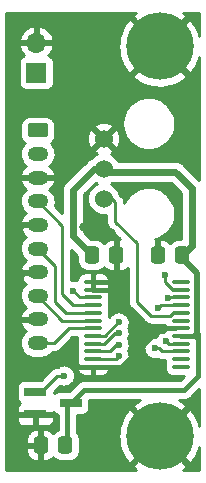
<source format=gtl>
G04 #@! TF.GenerationSoftware,KiCad,Pcbnew,(6.0.1)*
G04 #@! TF.CreationDate,2022-07-05T00:42:15-07:00*
G04 #@! TF.ProjectId,mu100-dit,6d753130-302d-4646-9974-2e6b69636164,rev?*
G04 #@! TF.SameCoordinates,PX4a25ef0PY4c3f880*
G04 #@! TF.FileFunction,Copper,L1,Top*
G04 #@! TF.FilePolarity,Positive*
%FSLAX46Y46*%
G04 Gerber Fmt 4.6, Leading zero omitted, Abs format (unit mm)*
G04 Created by KiCad (PCBNEW (6.0.1)) date 2022-07-05 00:42:15*
%MOMM*%
%LPD*%
G01*
G04 APERTURE LIST*
G04 Aperture macros list*
%AMRoundRect*
0 Rectangle with rounded corners*
0 $1 Rounding radius*
0 $2 $3 $4 $5 $6 $7 $8 $9 X,Y pos of 4 corners*
0 Add a 4 corners polygon primitive as box body*
4,1,4,$2,$3,$4,$5,$6,$7,$8,$9,$2,$3,0*
0 Add four circle primitives for the rounded corners*
1,1,$1+$1,$2,$3*
1,1,$1+$1,$4,$5*
1,1,$1+$1,$6,$7*
1,1,$1+$1,$8,$9*
0 Add four rect primitives between the rounded corners*
20,1,$1+$1,$2,$3,$4,$5,0*
20,1,$1+$1,$4,$5,$6,$7,0*
20,1,$1+$1,$6,$7,$8,$9,0*
20,1,$1+$1,$8,$9,$2,$3,0*%
G04 Aperture macros list end*
G04 #@! TA.AperFunction,SMDPad,CuDef*
%ADD10RoundRect,0.250000X-0.337500X-0.475000X0.337500X-0.475000X0.337500X0.475000X-0.337500X0.475000X0*%
G04 #@! TD*
G04 #@! TA.AperFunction,ComponentPad*
%ADD11RoundRect,0.250000X-0.625000X0.350000X-0.625000X-0.350000X0.625000X-0.350000X0.625000X0.350000X0*%
G04 #@! TD*
G04 #@! TA.AperFunction,ComponentPad*
%ADD12O,1.750000X1.200000*%
G04 #@! TD*
G04 #@! TA.AperFunction,SMDPad,CuDef*
%ADD13RoundRect,0.100000X-0.637500X-0.100000X0.637500X-0.100000X0.637500X0.100000X-0.637500X0.100000X0*%
G04 #@! TD*
G04 #@! TA.AperFunction,ConnectorPad*
%ADD14C,5.700000*%
G04 #@! TD*
G04 #@! TA.AperFunction,ComponentPad*
%ADD15C,3.600000*%
G04 #@! TD*
G04 #@! TA.AperFunction,ComponentPad*
%ADD16C,1.524000*%
G04 #@! TD*
G04 #@! TA.AperFunction,SMDPad,CuDef*
%ADD17R,1.900000X0.800000*%
G04 #@! TD*
G04 #@! TA.AperFunction,SMDPad,CuDef*
%ADD18RoundRect,0.250000X0.337500X0.475000X-0.337500X0.475000X-0.337500X-0.475000X0.337500X-0.475000X0*%
G04 #@! TD*
G04 #@! TA.AperFunction,ComponentPad*
%ADD19R,1.700000X1.700000*%
G04 #@! TD*
G04 #@! TA.AperFunction,ComponentPad*
%ADD20O,1.700000X1.700000*%
G04 #@! TD*
G04 #@! TA.AperFunction,ViaPad*
%ADD21C,0.800000*%
G04 #@! TD*
G04 #@! TA.AperFunction,ViaPad*
%ADD22C,0.600000*%
G04 #@! TD*
G04 #@! TA.AperFunction,Conductor*
%ADD23C,0.250000*%
G04 #@! TD*
G04 #@! TA.AperFunction,Conductor*
%ADD24C,0.400000*%
G04 #@! TD*
G04 #@! TA.AperFunction,Conductor*
%ADD25C,0.600000*%
G04 #@! TD*
G04 #@! TA.AperFunction,Conductor*
%ADD26C,0.500000*%
G04 #@! TD*
G04 #@! TA.AperFunction,Conductor*
%ADD27C,0.254000*%
G04 #@! TD*
G04 APERTURE END LIST*
D10*
X3542500Y-37275000D03*
X5617500Y-37275000D03*
D11*
X3280000Y-10620000D03*
D12*
X3280000Y-12620000D03*
X3280000Y-14620000D03*
X3280000Y-16620000D03*
X3280000Y-18620000D03*
X3280000Y-20620000D03*
X3280000Y-22620000D03*
X3280000Y-24620000D03*
X3280000Y-26620000D03*
X3280000Y-28620000D03*
D13*
X7989500Y-23461427D03*
X7989500Y-24111427D03*
X7989500Y-24761427D03*
X7989500Y-25411427D03*
X7989500Y-26061427D03*
X7989500Y-26711427D03*
X7989500Y-27361427D03*
X7989500Y-28011427D03*
X7989500Y-28661427D03*
X7989500Y-29311427D03*
X7989500Y-29961427D03*
X7989500Y-30611427D03*
X15414500Y-30611427D03*
X15414500Y-29961427D03*
X15414500Y-29311427D03*
X15414500Y-28661427D03*
X15414500Y-28011427D03*
X15414500Y-27361427D03*
X15414500Y-26711427D03*
X15414500Y-26061427D03*
X15414500Y-25411427D03*
X15414500Y-24761427D03*
X15414500Y-24111427D03*
X15414500Y-23461427D03*
D14*
X13600000Y-3500000D03*
D15*
X13600000Y-3500000D03*
D16*
X8870000Y-11310000D03*
X8870000Y-13850000D03*
X8870000Y-16390000D03*
D10*
X13458500Y-21188000D03*
X15533500Y-21188000D03*
D17*
X3080000Y-32750000D03*
X3080000Y-34650000D03*
X6080000Y-33700000D03*
D18*
X9945500Y-21188000D03*
X7870500Y-21188000D03*
D14*
X13600000Y-36500000D03*
D15*
X13600000Y-36500000D03*
D19*
X3160000Y-5723000D03*
D20*
X3160000Y-3183000D03*
D21*
X9450000Y-19330000D03*
X5100000Y-14930000D03*
X6310000Y-12590000D03*
X9910000Y-7970000D03*
X11320000Y-15400000D03*
X7220000Y-18800000D03*
X11380000Y-12750000D03*
X8250000Y-9680000D03*
D22*
X5510000Y-31370000D03*
X6266400Y-24185200D03*
X10139978Y-26877600D03*
X10127200Y-27792000D03*
X10135439Y-28799761D03*
X10127200Y-29722400D03*
X13480000Y-25633000D03*
X14287242Y-24786927D03*
X14089600Y-22889800D03*
X13175200Y-29051500D03*
X14165800Y-28427000D03*
D23*
X6277427Y-25411427D02*
X7989500Y-25411427D01*
X5352000Y-24486000D02*
X6277427Y-25411427D01*
X5352000Y-18692000D02*
X5352000Y-24486000D01*
X3280000Y-16620000D02*
X5352000Y-18692000D01*
D24*
X5905000Y-29950000D02*
X2405000Y-29950000D01*
X9241427Y-24111427D02*
X9380000Y-24250000D01*
X10368573Y-30611427D02*
X7989500Y-30611427D01*
X7989500Y-23461427D02*
X9380000Y-23461427D01*
X838000Y-24294000D02*
X1542000Y-24998000D01*
X12080000Y-28350000D02*
X12080000Y-28900000D01*
X3280000Y-18620000D02*
X2078000Y-18620000D01*
X730000Y-19968000D02*
X730000Y-24070000D01*
X14128573Y-27351427D02*
X14925500Y-27351427D01*
X1542000Y-29087000D02*
X1542000Y-26522000D01*
X10406573Y-30611427D02*
X13418000Y-27600000D01*
X3280000Y-14620000D02*
X1506000Y-14620000D01*
X1640000Y-26620000D02*
X1542000Y-26522000D01*
X1506000Y-14620000D02*
X730000Y-15396000D01*
X7989500Y-30611427D02*
X6566427Y-30611427D01*
X7989500Y-24111427D02*
X9241427Y-24111427D01*
X13880000Y-27600000D02*
X14128573Y-27351427D01*
X13418000Y-27600000D02*
X13880000Y-27600000D01*
X730000Y-24070000D02*
X838000Y-24178000D01*
X9380000Y-24460000D02*
X11160000Y-26240000D01*
X2078000Y-18620000D02*
X730000Y-19968000D01*
X11160000Y-26240000D02*
X11160000Y-27480000D01*
X838000Y-24178000D02*
X838000Y-24294000D01*
X6566427Y-30611427D02*
X5905000Y-29950000D01*
X9380000Y-24250000D02*
X9380000Y-24460000D01*
X1542000Y-24998000D02*
X1542000Y-26522000D01*
X12080000Y-28900000D02*
X10368573Y-30611427D01*
X2405000Y-29950000D02*
X1542000Y-29087000D01*
X2180000Y-22620000D02*
X730000Y-24070000D01*
X730000Y-15396000D02*
X730000Y-19968000D01*
X9380000Y-23461427D02*
X9380000Y-24250000D01*
X3280000Y-22620000D02*
X2180000Y-22620000D01*
X11160000Y-27480000D02*
X11980000Y-28300000D01*
X3280000Y-26620000D02*
X1640000Y-26620000D01*
D25*
X16340000Y-15510000D02*
X14940000Y-14110000D01*
X8080000Y-13850000D02*
X6280000Y-15650000D01*
X16340000Y-20360000D02*
X16340000Y-15510000D01*
D24*
X5805000Y-33975000D02*
X5805000Y-36962500D01*
X16318573Y-28011427D02*
X16568573Y-28011427D01*
X16830000Y-31450000D02*
X15680000Y-32600000D01*
D25*
X8621000Y-13850000D02*
X8080000Y-13850000D01*
D26*
X16610000Y-28010000D02*
X16810000Y-27810000D01*
D24*
X5805000Y-36962500D02*
X5617500Y-37150000D01*
X16830000Y-28272854D02*
X16830000Y-31450000D01*
X16568573Y-28011427D02*
X16830000Y-28272854D01*
D26*
X16780000Y-27780000D02*
X16780000Y-22688500D01*
D25*
X6280000Y-15650000D02*
X6280000Y-19597500D01*
D26*
X16780000Y-22688500D02*
X15279500Y-21188000D01*
D25*
X15766000Y-20934000D02*
X16340000Y-20360000D01*
D24*
X16830000Y-28272854D02*
X16830000Y-27830000D01*
X16830000Y-27830000D02*
X16810000Y-27810000D01*
X6080000Y-33700000D02*
X5805000Y-33975000D01*
X16568573Y-28011427D02*
X15414500Y-28011427D01*
D26*
X16810000Y-27810000D02*
X16780000Y-27780000D01*
D25*
X14940000Y-14110000D02*
X9130000Y-14110000D01*
D24*
X7180000Y-32600000D02*
X6080000Y-33700000D01*
D25*
X6280000Y-19597500D02*
X7870500Y-21188000D01*
D24*
X15680000Y-32600000D02*
X7180000Y-32600000D01*
D25*
X9130000Y-14110000D02*
X8870000Y-13850000D01*
D23*
X5910357Y-27361427D02*
X4651784Y-28620000D01*
X7989500Y-27361427D02*
X5910357Y-27361427D01*
X4651784Y-28620000D02*
X3280000Y-28620000D01*
X4740000Y-22080000D02*
X4740000Y-25148000D01*
X3280000Y-20620000D02*
X4740000Y-22080000D01*
X5653427Y-26061427D02*
X7989500Y-26061427D01*
X4740000Y-25148000D02*
X5653427Y-26061427D01*
X6842627Y-24761427D02*
X7989500Y-24761427D01*
X4960000Y-31370000D02*
X3580000Y-32750000D01*
X5510000Y-31370000D02*
X4960000Y-31370000D01*
X6266400Y-24185200D02*
X6842627Y-24761427D01*
X3580000Y-32750000D02*
X3080000Y-32750000D01*
X8949662Y-28011427D02*
X7989500Y-28011427D01*
X10083489Y-26877600D02*
X8949662Y-28011427D01*
X10139978Y-26877600D02*
X10083489Y-26877600D01*
X10127200Y-27792000D02*
X9804807Y-27792000D01*
X9804807Y-27792000D02*
X8935380Y-28661427D01*
X8935380Y-28661427D02*
X7989500Y-28661427D01*
X10135439Y-28799761D02*
X9930239Y-28799761D01*
X9418573Y-29311427D02*
X7989500Y-29311427D01*
X9930239Y-28799761D02*
X9418573Y-29311427D01*
X10127200Y-29722400D02*
X9888173Y-29961427D01*
X9888173Y-29961427D02*
X7989500Y-29961427D01*
X12880000Y-26300000D02*
X14488066Y-26300000D01*
X11690000Y-20190000D02*
X11690000Y-25110000D01*
X14726639Y-26061427D02*
X15414500Y-26061427D01*
X11690000Y-25110000D02*
X12880000Y-26300000D01*
X9860000Y-18360000D02*
X11690000Y-20190000D01*
X14488066Y-26300000D02*
X14726639Y-26061427D01*
X9860000Y-16710000D02*
X9860000Y-18360000D01*
X8870000Y-16390000D02*
X9540000Y-16390000D01*
X9540000Y-16390000D02*
X9860000Y-16710000D01*
X13701573Y-25411427D02*
X15414500Y-25411427D01*
X13480000Y-25633000D02*
X13701573Y-25411427D01*
X14287242Y-24786927D02*
X14312742Y-24761427D01*
X14312742Y-24761427D02*
X15414500Y-24761427D01*
X14089600Y-22889800D02*
X14089600Y-23459600D01*
X14352480Y-23737268D02*
X14726639Y-24111427D01*
X14089600Y-23459600D02*
X14352480Y-23722480D01*
X14726639Y-24111427D02*
X15414500Y-24111427D01*
X14352480Y-23722480D02*
X14352480Y-23737268D01*
X13581500Y-29051500D02*
X13841427Y-29311427D01*
X13175200Y-29051500D02*
X13581500Y-29051500D01*
X13841427Y-29311427D02*
X15414500Y-29311427D01*
X3280000Y-24620000D02*
X5371427Y-26711427D01*
X5371427Y-26711427D02*
X7989500Y-26711427D01*
X14400227Y-28661427D02*
X15414500Y-28661427D01*
X14165800Y-28427000D02*
X14400227Y-28661427D01*
D27*
X11353366Y-830911D02*
X11342956Y-839707D01*
X11323004Y-858509D01*
X11287146Y-919785D01*
X11290108Y-990719D01*
X11320323Y-1039303D01*
X13510905Y-3229885D01*
X13573217Y-3263911D01*
X13644032Y-3258846D01*
X13689095Y-3229885D01*
X15880073Y-1038907D01*
X15914099Y-976595D01*
X15909034Y-905780D01*
X15877713Y-858417D01*
X15866318Y-847603D01*
X15855937Y-838768D01*
X15587140Y-634000D01*
X16966000Y-634000D01*
X16966000Y-2600316D01*
X16908698Y-2393690D01*
X16904352Y-2380774D01*
X16769865Y-2042823D01*
X16764148Y-2030452D01*
X16593949Y-1709003D01*
X16586931Y-1697322D01*
X16383012Y-1396134D01*
X16374772Y-1385279D01*
X16243419Y-1230392D01*
X16184105Y-1191375D01*
X16113112Y-1190620D01*
X16058228Y-1222792D01*
X13870115Y-3410905D01*
X13836089Y-3473217D01*
X13841154Y-3544032D01*
X13870115Y-3589095D01*
X16058180Y-5777160D01*
X16120492Y-5811186D01*
X16191307Y-5806121D01*
X16242800Y-5770230D01*
X16359941Y-5634042D01*
X16368256Y-5623244D01*
X16574273Y-5323487D01*
X16581373Y-5311855D01*
X16753812Y-4991602D01*
X16759615Y-4979271D01*
X16896458Y-4642268D01*
X16900894Y-4629383D01*
X16966000Y-4400826D01*
X16966000Y-14814101D01*
X16939221Y-14787134D01*
X16936644Y-14785062D01*
X15607329Y-13455747D01*
X15544252Y-13391335D01*
X15522484Y-13373582D01*
X15486050Y-13350102D01*
X15452165Y-13323052D01*
X15428395Y-13308083D01*
X15398201Y-13293487D01*
X15370018Y-13275324D01*
X15344858Y-13262834D01*
X15304122Y-13248007D01*
X15265089Y-13229138D01*
X15238595Y-13219808D01*
X15205917Y-13212264D01*
X15174410Y-13200796D01*
X15147106Y-13194190D01*
X15104091Y-13188756D01*
X15061860Y-13179006D01*
X15033955Y-13175777D01*
X14993385Y-13175635D01*
X14991231Y-13175500D01*
X14954581Y-13175500D01*
X14852570Y-13175144D01*
X14849293Y-13175500D01*
X10096343Y-13175500D01*
X10088683Y-13159074D01*
X10077701Y-13140053D01*
X9950190Y-12957948D01*
X9936072Y-12941124D01*
X9778876Y-12783928D01*
X9762052Y-12769810D01*
X9579948Y-12642299D01*
X9560927Y-12631317D01*
X9450285Y-12579724D01*
X9560676Y-12528248D01*
X9579696Y-12517266D01*
X9642875Y-12473028D01*
X9687204Y-12417571D01*
X9694513Y-12346952D01*
X9659700Y-12280720D01*
X8959095Y-11580115D01*
X8896783Y-11546089D01*
X8825968Y-11551154D01*
X8780905Y-11580115D01*
X8080300Y-12280720D01*
X8046274Y-12343032D01*
X8051339Y-12413847D01*
X8097125Y-12473028D01*
X8160304Y-12517266D01*
X8179324Y-12528248D01*
X8289715Y-12579724D01*
X8179074Y-12631317D01*
X8160053Y-12642299D01*
X7977948Y-12769810D01*
X7961124Y-12783928D01*
X7803928Y-12941124D01*
X7790812Y-12956753D01*
X7767239Y-12964686D01*
X7727944Y-12983009D01*
X7687011Y-12997264D01*
X7661679Y-13009400D01*
X7633237Y-13027172D01*
X7602848Y-13041343D01*
X7578872Y-13055978D01*
X7544618Y-13082548D01*
X7507855Y-13105520D01*
X7485839Y-13122969D01*
X7457030Y-13151578D01*
X7455435Y-13152984D01*
X7429898Y-13178521D01*
X7357134Y-13250779D01*
X7355058Y-13253361D01*
X5625748Y-14982670D01*
X5561335Y-15045748D01*
X5543582Y-15067516D01*
X5520102Y-15103950D01*
X5493052Y-15137835D01*
X5478083Y-15161605D01*
X5463487Y-15191799D01*
X5445324Y-15219982D01*
X5432834Y-15245142D01*
X5418007Y-15285878D01*
X5399138Y-15324911D01*
X5389808Y-15351405D01*
X5382264Y-15384083D01*
X5370796Y-15415590D01*
X5364190Y-15442894D01*
X5358756Y-15485909D01*
X5349006Y-15528140D01*
X5345777Y-15556045D01*
X5345635Y-15596615D01*
X5345500Y-15598769D01*
X5345500Y-15635419D01*
X5345144Y-15737430D01*
X5345500Y-15740707D01*
X5345500Y-17611406D01*
X4730956Y-16996862D01*
X4755889Y-16925062D01*
X4761557Y-16901809D01*
X4791909Y-16692476D01*
X4793078Y-16668570D01*
X4783298Y-16457275D01*
X4779926Y-16433580D01*
X4730368Y-16227945D01*
X4722576Y-16205315D01*
X4635027Y-16012762D01*
X4623096Y-15992013D01*
X4500716Y-15819489D01*
X4485077Y-15801371D01*
X4332281Y-15655101D01*
X4313498Y-15640267D01*
X4280742Y-15619116D01*
X4400407Y-15525118D01*
X4417739Y-15508613D01*
X4556308Y-15348927D01*
X4570207Y-15329441D01*
X4676080Y-15146432D01*
X4686044Y-15124670D01*
X4755401Y-14924943D01*
X4761070Y-14901685D01*
X4762463Y-14892075D01*
X4752440Y-14821790D01*
X4706009Y-14768081D01*
X4637766Y-14748000D01*
X1926483Y-14748000D01*
X1858362Y-14768002D01*
X1811869Y-14821658D01*
X1801765Y-14891932D01*
X1803990Y-14903521D01*
X1830107Y-15011891D01*
X1837899Y-15034521D01*
X1925408Y-15226988D01*
X1937339Y-15247737D01*
X2059664Y-15420183D01*
X2075303Y-15438301D01*
X2228030Y-15584505D01*
X2246813Y-15599339D01*
X2279230Y-15620270D01*
X2159247Y-15714518D01*
X2141915Y-15731024D01*
X2003283Y-15890783D01*
X1989384Y-15910268D01*
X1883463Y-16093359D01*
X1873499Y-16115121D01*
X1804111Y-16314938D01*
X1798443Y-16338191D01*
X1768091Y-16547524D01*
X1766922Y-16571430D01*
X1776702Y-16782725D01*
X1780074Y-16806420D01*
X1829632Y-17012055D01*
X1837424Y-17034685D01*
X1924973Y-17227238D01*
X1936904Y-17247987D01*
X2059284Y-17420511D01*
X2074923Y-17438629D01*
X2227719Y-17584899D01*
X2246502Y-17599733D01*
X2279258Y-17620884D01*
X2159593Y-17714882D01*
X2142261Y-17731387D01*
X2003692Y-17891073D01*
X1989793Y-17910559D01*
X1883920Y-18093568D01*
X1873956Y-18115330D01*
X1804599Y-18315057D01*
X1798930Y-18338315D01*
X1797537Y-18347925D01*
X1807560Y-18418210D01*
X1853991Y-18471919D01*
X1922234Y-18492000D01*
X3408000Y-18492000D01*
X3408000Y-18748000D01*
X1926483Y-18748000D01*
X1858362Y-18768002D01*
X1811869Y-18821658D01*
X1801765Y-18891932D01*
X1803990Y-18903521D01*
X1830107Y-19011891D01*
X1837899Y-19034521D01*
X1925408Y-19226988D01*
X1937339Y-19247737D01*
X2059664Y-19420183D01*
X2075303Y-19438301D01*
X2228030Y-19584505D01*
X2246813Y-19599339D01*
X2279230Y-19620270D01*
X2159247Y-19714518D01*
X2141915Y-19731024D01*
X2003283Y-19890783D01*
X1989384Y-19910268D01*
X1883463Y-20093359D01*
X1873499Y-20115121D01*
X1804111Y-20314938D01*
X1798443Y-20338191D01*
X1768091Y-20547524D01*
X1766922Y-20571430D01*
X1776702Y-20782725D01*
X1780074Y-20806420D01*
X1829632Y-21012055D01*
X1837424Y-21034685D01*
X1924973Y-21227238D01*
X1936904Y-21247987D01*
X2059284Y-21420511D01*
X2074923Y-21438629D01*
X2227719Y-21584899D01*
X2246502Y-21599733D01*
X2279258Y-21620884D01*
X2159593Y-21714882D01*
X2142261Y-21731387D01*
X2003692Y-21891073D01*
X1989793Y-21910559D01*
X1883920Y-22093568D01*
X1873956Y-22115330D01*
X1804599Y-22315057D01*
X1798930Y-22338315D01*
X1797537Y-22347925D01*
X1807560Y-22418210D01*
X1853991Y-22471919D01*
X1922234Y-22492000D01*
X3408000Y-22492000D01*
X3408000Y-22748000D01*
X1926483Y-22748000D01*
X1858362Y-22768002D01*
X1811869Y-22821658D01*
X1801765Y-22891932D01*
X1803990Y-22903521D01*
X1830107Y-23011891D01*
X1837899Y-23034521D01*
X1925408Y-23226988D01*
X1937339Y-23247737D01*
X2059664Y-23420183D01*
X2075303Y-23438301D01*
X2228030Y-23584505D01*
X2246813Y-23599339D01*
X2279230Y-23620270D01*
X2159247Y-23714518D01*
X2141915Y-23731024D01*
X2003283Y-23890783D01*
X1989384Y-23910268D01*
X1883463Y-24093359D01*
X1873499Y-24115121D01*
X1804111Y-24314938D01*
X1798443Y-24338191D01*
X1768091Y-24547524D01*
X1766922Y-24571430D01*
X1776702Y-24782725D01*
X1780074Y-24806420D01*
X1829632Y-25012055D01*
X1837424Y-25034685D01*
X1924973Y-25227238D01*
X1936904Y-25247987D01*
X2059284Y-25420511D01*
X2074923Y-25438629D01*
X2227719Y-25584899D01*
X2246502Y-25599733D01*
X2279258Y-25620884D01*
X2159593Y-25714882D01*
X2142261Y-25731387D01*
X2003692Y-25891073D01*
X1989793Y-25910559D01*
X1883920Y-26093568D01*
X1873956Y-26115330D01*
X1804599Y-26315057D01*
X1798930Y-26338315D01*
X1797537Y-26347925D01*
X1807560Y-26418210D01*
X1853991Y-26471919D01*
X1922234Y-26492000D01*
X3408000Y-26492000D01*
X3408000Y-26748000D01*
X1926483Y-26748000D01*
X1858362Y-26768002D01*
X1811869Y-26821658D01*
X1801765Y-26891932D01*
X1803990Y-26903521D01*
X1830107Y-27011891D01*
X1837899Y-27034521D01*
X1925408Y-27226988D01*
X1937339Y-27247737D01*
X2059664Y-27420183D01*
X2075303Y-27438301D01*
X2228030Y-27584505D01*
X2246813Y-27599339D01*
X2279230Y-27620270D01*
X2159247Y-27714518D01*
X2141915Y-27731024D01*
X2003283Y-27890783D01*
X1989384Y-27910268D01*
X1883463Y-28093359D01*
X1873499Y-28115121D01*
X1804111Y-28314938D01*
X1798443Y-28338191D01*
X1768091Y-28547524D01*
X1766922Y-28571430D01*
X1776702Y-28782725D01*
X1780074Y-28806420D01*
X1829632Y-29012055D01*
X1837424Y-29034685D01*
X1924973Y-29227238D01*
X1936904Y-29247987D01*
X2059284Y-29420511D01*
X2074923Y-29438629D01*
X2227719Y-29584899D01*
X2246502Y-29599733D01*
X2424200Y-29714472D01*
X2445450Y-29725486D01*
X2641639Y-29804552D01*
X2664587Y-29811350D01*
X2872187Y-29851892D01*
X2890183Y-29854078D01*
X2895745Y-29854350D01*
X2901899Y-29854500D01*
X3607846Y-29854500D01*
X3619813Y-29853930D01*
X3777533Y-29838882D01*
X3801035Y-29834357D01*
X4004003Y-29774813D01*
X4026226Y-29765924D01*
X4214272Y-29669074D01*
X4234413Y-29656144D01*
X4400753Y-29525482D01*
X4418085Y-29508976D01*
X4530439Y-29379500D01*
X4573017Y-29379500D01*
X4595652Y-29381640D01*
X4663729Y-29379500D01*
X4691640Y-29379500D01*
X4707430Y-29378507D01*
X4711441Y-29378000D01*
X4755632Y-29376611D01*
X4786825Y-29371670D01*
X4806276Y-29366019D01*
X4826374Y-29363480D01*
X4856965Y-29355626D01*
X4898079Y-29339348D01*
X4940529Y-29327015D01*
X4969517Y-29314471D01*
X4986953Y-29304159D01*
X5005783Y-29296704D01*
X5033461Y-29281489D01*
X5069231Y-29255501D01*
X5107286Y-29232995D01*
X5132241Y-29213637D01*
X5146562Y-29199316D01*
X5162952Y-29187408D01*
X5185976Y-29165788D01*
X5214167Y-29131711D01*
X6224952Y-28120927D01*
X6617501Y-28120927D01*
X6617501Y-28151312D01*
X6618579Y-28167756D01*
X6634240Y-28286722D01*
X6642753Y-28318495D01*
X6650181Y-28336427D01*
X6642753Y-28354359D01*
X6634240Y-28386131D01*
X6618578Y-28505096D01*
X6617500Y-28521542D01*
X6617501Y-28801311D01*
X6618579Y-28817756D01*
X6634240Y-28936722D01*
X6642753Y-28968495D01*
X6650181Y-28986427D01*
X6642753Y-29004359D01*
X6634240Y-29036131D01*
X6618578Y-29155096D01*
X6617500Y-29171542D01*
X6617501Y-29451311D01*
X6618579Y-29467756D01*
X6634240Y-29586722D01*
X6642753Y-29618495D01*
X6650181Y-29636427D01*
X6642753Y-29654359D01*
X6634240Y-29686131D01*
X6618578Y-29805096D01*
X6617500Y-29821542D01*
X6617501Y-30101311D01*
X6618579Y-30117756D01*
X6634240Y-30236722D01*
X6642753Y-30268495D01*
X6650452Y-30287081D01*
X6643241Y-30304489D01*
X6634728Y-30336260D01*
X6626997Y-30394980D01*
X6637936Y-30465129D01*
X6685064Y-30518228D01*
X6751919Y-30537427D01*
X6791431Y-30537427D01*
X6818051Y-30572118D01*
X6841309Y-30595376D01*
X6958665Y-30685427D01*
X6751920Y-30685427D01*
X6683799Y-30705429D01*
X6637306Y-30759085D01*
X6626998Y-30827872D01*
X6634728Y-30886592D01*
X6643241Y-30918365D01*
X6704504Y-31066268D01*
X6720951Y-31094754D01*
X6818408Y-31221761D01*
X6841666Y-31245019D01*
X6968673Y-31342476D01*
X6997159Y-31358923D01*
X7145062Y-31420186D01*
X7176834Y-31428699D01*
X7295707Y-31444349D01*
X7312153Y-31445427D01*
X7789500Y-31445427D01*
X7857621Y-31425425D01*
X7904114Y-31371769D01*
X7915500Y-31319427D01*
X7915500Y-30811427D01*
X7910949Y-30795926D01*
X8063500Y-30795926D01*
X8063500Y-31319426D01*
X8083502Y-31387547D01*
X8137158Y-31434040D01*
X8189500Y-31445426D01*
X8666846Y-31445426D01*
X8683291Y-31444348D01*
X8802165Y-31428699D01*
X8833938Y-31420186D01*
X8981841Y-31358923D01*
X9010327Y-31342476D01*
X9137334Y-31245019D01*
X9160592Y-31221761D01*
X9258049Y-31094754D01*
X9274496Y-31066268D01*
X9335759Y-30918365D01*
X9344272Y-30886593D01*
X9359922Y-30767720D01*
X9361000Y-30751273D01*
X9361000Y-30720927D01*
X9809406Y-30720927D01*
X9832041Y-30723067D01*
X9900118Y-30720927D01*
X9928029Y-30720927D01*
X9943819Y-30719934D01*
X9947830Y-30719427D01*
X9992021Y-30718038D01*
X10023214Y-30713097D01*
X10042665Y-30707446D01*
X10062763Y-30704907D01*
X10093354Y-30697053D01*
X10134468Y-30680775D01*
X10176918Y-30668442D01*
X10205906Y-30655898D01*
X10210409Y-30653235D01*
X10302220Y-30644879D01*
X10329736Y-30639231D01*
X10502244Y-30583180D01*
X10527825Y-30571576D01*
X10683629Y-30478698D01*
X10706004Y-30461715D01*
X10837358Y-30336628D01*
X10855414Y-30315109D01*
X10955791Y-30164029D01*
X10968631Y-30139046D01*
X11033043Y-29969482D01*
X11040029Y-29942274D01*
X11065273Y-29762653D01*
X11066487Y-29746875D01*
X11066804Y-29724158D01*
X11066031Y-29708355D01*
X11045812Y-29528100D01*
X11039588Y-29500708D01*
X10979936Y-29329411D01*
X10967799Y-29304078D01*
X10945786Y-29268850D01*
X10964030Y-29241390D01*
X10976870Y-29216407D01*
X11041282Y-29046843D01*
X11048268Y-29019635D01*
X11073512Y-28840014D01*
X11074726Y-28824236D01*
X11075043Y-28801519D01*
X11074270Y-28785716D01*
X11054051Y-28605461D01*
X11047827Y-28578069D01*
X10988175Y-28406772D01*
X10976038Y-28381440D01*
X10918628Y-28289564D01*
X10955791Y-28233629D01*
X10968631Y-28208646D01*
X11033043Y-28039082D01*
X11040029Y-28011874D01*
X11065273Y-27832253D01*
X11066487Y-27816475D01*
X11066804Y-27793758D01*
X11066031Y-27777955D01*
X11045812Y-27597700D01*
X11039588Y-27570308D01*
X10979936Y-27399011D01*
X10967799Y-27373679D01*
X10950639Y-27346216D01*
X10968569Y-27319229D01*
X10981409Y-27294246D01*
X11045821Y-27124682D01*
X11052807Y-27097474D01*
X11078051Y-26917853D01*
X11079265Y-26902075D01*
X11079582Y-26879358D01*
X11078809Y-26863555D01*
X11058590Y-26683300D01*
X11052366Y-26655908D01*
X10992714Y-26484611D01*
X10980577Y-26459279D01*
X10884458Y-26305455D01*
X10867010Y-26283440D01*
X10739199Y-26154734D01*
X10717307Y-26137133D01*
X10564158Y-26039942D01*
X10538911Y-26027628D01*
X10368035Y-25966782D01*
X10340687Y-25960367D01*
X10160577Y-25938890D01*
X10132487Y-25938694D01*
X9952095Y-25957654D01*
X9924661Y-25963686D01*
X9752952Y-26022140D01*
X9727535Y-26034101D01*
X9573044Y-26129145D01*
X9550908Y-26146439D01*
X9421313Y-26273348D01*
X9403560Y-26295116D01*
X9335038Y-26401441D01*
X9328819Y-26386427D01*
X9336247Y-26368495D01*
X9344760Y-26336723D01*
X9360422Y-26217758D01*
X9361500Y-26201312D01*
X9361499Y-25921543D01*
X9360421Y-25905098D01*
X9344760Y-25786132D01*
X9336247Y-25754359D01*
X9328819Y-25736427D01*
X9336247Y-25718495D01*
X9344760Y-25686723D01*
X9360422Y-25567758D01*
X9361500Y-25551312D01*
X9361499Y-25271543D01*
X9360421Y-25255098D01*
X9344760Y-25136132D01*
X9336247Y-25104359D01*
X9328819Y-25086427D01*
X9336247Y-25068495D01*
X9344760Y-25036723D01*
X9360422Y-24917758D01*
X9361500Y-24901312D01*
X9361499Y-24621543D01*
X9360421Y-24605098D01*
X9344760Y-24486132D01*
X9336247Y-24454359D01*
X9328548Y-24435773D01*
X9335759Y-24418365D01*
X9344272Y-24386594D01*
X9352003Y-24327874D01*
X9341064Y-24257725D01*
X9293936Y-24204626D01*
X9227081Y-24185427D01*
X9187569Y-24185427D01*
X9160949Y-24150736D01*
X9137691Y-24127478D01*
X9020335Y-24037427D01*
X9227080Y-24037427D01*
X9295201Y-24017425D01*
X9341694Y-23963769D01*
X9352002Y-23894982D01*
X9344272Y-23836262D01*
X9335759Y-23804489D01*
X9328277Y-23786427D01*
X9335759Y-23768365D01*
X9344272Y-23736594D01*
X9352003Y-23677874D01*
X9341064Y-23607725D01*
X9293936Y-23554626D01*
X9227081Y-23535427D01*
X8189500Y-23535427D01*
X8121379Y-23555429D01*
X8074886Y-23609085D01*
X8063500Y-23661427D01*
X8063500Y-23911427D01*
X8068051Y-23926928D01*
X7915500Y-23926928D01*
X7915500Y-23261427D01*
X8063500Y-23261427D01*
X8083502Y-23329548D01*
X8137158Y-23376041D01*
X8189500Y-23387427D01*
X9227080Y-23387427D01*
X9295201Y-23367425D01*
X9341694Y-23313769D01*
X9352002Y-23244982D01*
X9344272Y-23186262D01*
X9335759Y-23154489D01*
X9274496Y-23006586D01*
X9258049Y-22978100D01*
X9160592Y-22851093D01*
X9137334Y-22827835D01*
X9010327Y-22730378D01*
X8981841Y-22713931D01*
X8833938Y-22652668D01*
X8802166Y-22644155D01*
X8683293Y-22628505D01*
X8666847Y-22627427D01*
X8189500Y-22627427D01*
X8121379Y-22647429D01*
X8074886Y-22701085D01*
X8063500Y-22753427D01*
X8063500Y-23261427D01*
X7915500Y-23261427D01*
X7915500Y-22753428D01*
X7895498Y-22685307D01*
X7841842Y-22638814D01*
X7789500Y-22627428D01*
X7312154Y-22627428D01*
X7295709Y-22628506D01*
X7176835Y-22644155D01*
X7145062Y-22652668D01*
X6997159Y-22713931D01*
X6968673Y-22730378D01*
X6841666Y-22827835D01*
X6818408Y-22851093D01*
X6720951Y-22978100D01*
X6704504Y-23006586D01*
X6643241Y-23154489D01*
X6634728Y-23186261D01*
X6619078Y-23305134D01*
X6618205Y-23318447D01*
X6494457Y-23274382D01*
X6467109Y-23267967D01*
X6286999Y-23246490D01*
X6258909Y-23246294D01*
X6111500Y-23261787D01*
X6111500Y-20750583D01*
X6648500Y-21287582D01*
X6648500Y-21713400D01*
X6649173Y-21726404D01*
X6660147Y-21832170D01*
X6665950Y-21859042D01*
X6721926Y-22026822D01*
X6734306Y-22053249D01*
X6827378Y-22203651D01*
X6845504Y-22226521D01*
X6970679Y-22351478D01*
X6993581Y-22369565D01*
X7144146Y-22462375D01*
X7170595Y-22474708D01*
X7338472Y-22530390D01*
X7365296Y-22536141D01*
X7469757Y-22546844D01*
X7482600Y-22547500D01*
X8258400Y-22547500D01*
X8271404Y-22546827D01*
X8377170Y-22535853D01*
X8404042Y-22530050D01*
X8571822Y-22474074D01*
X8598249Y-22461694D01*
X8748651Y-22368622D01*
X8771521Y-22350496D01*
X8896478Y-22225321D01*
X8908316Y-22210332D01*
X8920899Y-22226208D01*
X9045991Y-22351083D01*
X9068893Y-22369170D01*
X9219359Y-22461918D01*
X9245807Y-22474251D01*
X9413573Y-22529897D01*
X9440399Y-22535648D01*
X9544795Y-22546344D01*
X9557637Y-22547000D01*
X9691500Y-22547000D01*
X9759621Y-22526998D01*
X9806114Y-22473342D01*
X9817500Y-22421000D01*
X9817500Y-19955001D01*
X9797498Y-19886880D01*
X9743842Y-19840387D01*
X9691500Y-19829001D01*
X9557638Y-19829001D01*
X9544635Y-19829674D01*
X9438934Y-19840641D01*
X9412061Y-19846444D01*
X9244392Y-19902382D01*
X9217965Y-19914762D01*
X9067662Y-20007773D01*
X9044792Y-20025899D01*
X8919917Y-20150991D01*
X8908326Y-20165667D01*
X8895496Y-20149479D01*
X8770321Y-20024522D01*
X8747419Y-20006435D01*
X8596854Y-19913625D01*
X8570405Y-19901292D01*
X8402528Y-19845610D01*
X8375704Y-19839859D01*
X8271243Y-19829156D01*
X8258400Y-19828500D01*
X7832582Y-19828500D01*
X7214500Y-19210418D01*
X7214500Y-16037082D01*
X8181682Y-15069900D01*
X8289123Y-15120000D01*
X8179074Y-15171317D01*
X8160053Y-15182299D01*
X7977948Y-15309810D01*
X7961124Y-15323928D01*
X7803928Y-15481124D01*
X7789810Y-15497948D01*
X7662299Y-15680053D01*
X7651317Y-15699074D01*
X7557365Y-15900554D01*
X7549853Y-15921193D01*
X7492315Y-16135926D01*
X7488501Y-16157556D01*
X7469126Y-16379019D01*
X7469126Y-16400981D01*
X7488501Y-16622444D01*
X7492315Y-16644074D01*
X7549853Y-16858807D01*
X7557365Y-16879446D01*
X7651317Y-17080926D01*
X7662299Y-17099947D01*
X7789810Y-17282052D01*
X7803928Y-17298876D01*
X7961124Y-17456072D01*
X7977948Y-17470190D01*
X8160052Y-17597701D01*
X8179073Y-17608683D01*
X8380554Y-17702635D01*
X8401193Y-17710147D01*
X8615926Y-17767685D01*
X8637556Y-17771499D01*
X8859019Y-17790874D01*
X8880981Y-17790874D01*
X9100500Y-17771669D01*
X9100500Y-18281233D01*
X9098360Y-18303868D01*
X9100500Y-18371945D01*
X9100500Y-18399856D01*
X9101493Y-18415646D01*
X9102000Y-18419657D01*
X9103389Y-18463848D01*
X9108330Y-18495041D01*
X9113981Y-18514492D01*
X9116520Y-18534590D01*
X9124374Y-18565181D01*
X9140652Y-18606295D01*
X9152985Y-18648745D01*
X9165529Y-18677733D01*
X9175841Y-18695169D01*
X9183296Y-18713999D01*
X9198511Y-18741677D01*
X9224499Y-18777447D01*
X9247005Y-18815502D01*
X9266363Y-18840457D01*
X9280684Y-18854778D01*
X9292592Y-18871168D01*
X9314212Y-18894192D01*
X9348289Y-18922383D01*
X10254906Y-19829000D01*
X10199500Y-19829000D01*
X10131379Y-19849002D01*
X10084886Y-19902658D01*
X10073500Y-19955000D01*
X10073500Y-22420999D01*
X10093502Y-22489120D01*
X10147158Y-22535613D01*
X10199500Y-22546999D01*
X10333362Y-22546999D01*
X10346365Y-22546326D01*
X10452066Y-22535359D01*
X10478939Y-22529556D01*
X10646608Y-22473618D01*
X10673035Y-22461238D01*
X10823338Y-22368227D01*
X10846208Y-22350101D01*
X10930500Y-22265663D01*
X10930500Y-25031233D01*
X10928360Y-25053868D01*
X10930500Y-25121945D01*
X10930500Y-25149856D01*
X10931493Y-25165646D01*
X10932000Y-25169657D01*
X10933389Y-25213848D01*
X10938330Y-25245041D01*
X10943981Y-25264492D01*
X10946520Y-25284590D01*
X10954374Y-25315181D01*
X10970652Y-25356295D01*
X10982985Y-25398745D01*
X10995529Y-25427733D01*
X11005841Y-25445169D01*
X11013296Y-25463999D01*
X11028511Y-25491677D01*
X11054499Y-25527447D01*
X11077005Y-25565502D01*
X11096363Y-25590457D01*
X11110684Y-25604778D01*
X11122592Y-25621168D01*
X11144212Y-25644192D01*
X11178289Y-25672383D01*
X12287248Y-26781342D01*
X12301747Y-26798868D01*
X12351414Y-26845508D01*
X12371135Y-26865229D01*
X12383007Y-26875696D01*
X12386194Y-26878168D01*
X12418426Y-26908436D01*
X12443979Y-26927001D01*
X12461730Y-26936760D01*
X12477732Y-26949172D01*
X12504917Y-26965249D01*
X12545486Y-26982805D01*
X12584240Y-27004110D01*
X12613606Y-27015737D01*
X12633226Y-27020774D01*
X12651813Y-27028818D01*
X12682143Y-27037630D01*
X12725811Y-27044547D01*
X12768636Y-27055542D01*
X12799970Y-27059500D01*
X12820224Y-27059500D01*
X12840232Y-27062669D01*
X12871801Y-27063661D01*
X12915819Y-27059500D01*
X14066898Y-27059500D01*
X14059728Y-27086260D01*
X14051997Y-27144980D01*
X14062936Y-27215129D01*
X14110064Y-27268228D01*
X14176919Y-27287427D01*
X14216431Y-27287427D01*
X14243051Y-27322118D01*
X14266309Y-27345376D01*
X14287226Y-27361427D01*
X14266308Y-27377478D01*
X14243051Y-27400736D01*
X14216431Y-27435427D01*
X14176920Y-27435427D01*
X14108799Y-27455429D01*
X14072698Y-27497092D01*
X13977917Y-27507054D01*
X13950483Y-27513086D01*
X13778774Y-27571540D01*
X13753357Y-27583501D01*
X13598866Y-27678545D01*
X13576730Y-27695839D01*
X13447135Y-27822748D01*
X13429382Y-27844516D01*
X13331124Y-27996983D01*
X13318634Y-28022143D01*
X13281904Y-28123057D01*
X13195799Y-28112790D01*
X13167709Y-28112594D01*
X12987317Y-28131554D01*
X12959883Y-28137586D01*
X12788174Y-28196040D01*
X12762757Y-28208001D01*
X12608266Y-28303045D01*
X12586130Y-28320339D01*
X12456535Y-28447248D01*
X12438782Y-28469016D01*
X12340524Y-28621483D01*
X12328034Y-28646643D01*
X12265996Y-28817090D01*
X12259391Y-28844393D01*
X12236657Y-29024348D01*
X12236264Y-29052435D01*
X12253964Y-29232955D01*
X12259805Y-29260432D01*
X12317060Y-29432545D01*
X12328842Y-29458044D01*
X12422804Y-29613195D01*
X12439943Y-29635451D01*
X12565945Y-29765929D01*
X12587589Y-29783834D01*
X12739366Y-29883154D01*
X12764439Y-29895819D01*
X12934448Y-29959045D01*
X12961703Y-29965841D01*
X13141496Y-29989831D01*
X13169581Y-29990419D01*
X13350220Y-29973979D01*
X13377736Y-29968331D01*
X13428051Y-29951983D01*
X13439159Y-29960599D01*
X13466344Y-29976676D01*
X13506913Y-29994232D01*
X13545667Y-30015537D01*
X13575033Y-30027164D01*
X13594653Y-30032201D01*
X13613240Y-30040245D01*
X13643570Y-30049057D01*
X13687238Y-30055974D01*
X13730063Y-30066969D01*
X13761397Y-30070927D01*
X13781651Y-30070927D01*
X13801659Y-30074096D01*
X13833228Y-30075088D01*
X13877246Y-30070927D01*
X14042501Y-30070927D01*
X14042501Y-30101312D01*
X14043579Y-30117756D01*
X14059240Y-30236722D01*
X14067753Y-30268495D01*
X14075181Y-30286427D01*
X14067753Y-30304359D01*
X14059240Y-30336131D01*
X14043578Y-30455096D01*
X14042500Y-30471542D01*
X14042501Y-30751311D01*
X14043579Y-30767756D01*
X14059240Y-30886722D01*
X14067753Y-30918495D01*
X14129067Y-31066521D01*
X14145514Y-31095008D01*
X14243051Y-31222119D01*
X14266309Y-31245376D01*
X14393421Y-31342913D01*
X14421907Y-31359360D01*
X14569932Y-31420674D01*
X14601704Y-31429187D01*
X14720669Y-31444849D01*
X14737115Y-31445927D01*
X15653912Y-31445926D01*
X15334339Y-31765500D01*
X7208922Y-31765500D01*
X7151218Y-31761566D01*
X7120985Y-31763150D01*
X7058028Y-31774138D01*
X6994621Y-31781811D01*
X6965220Y-31789032D01*
X6958811Y-31791454D01*
X6952054Y-31792633D01*
X6923072Y-31801383D01*
X6864560Y-31827067D01*
X6804806Y-31849647D01*
X6777976Y-31863674D01*
X6772329Y-31867555D01*
X6766051Y-31870311D01*
X6739990Y-31885723D01*
X6689303Y-31924618D01*
X6636653Y-31960802D01*
X6613943Y-31980824D01*
X6572489Y-32027351D01*
X5934340Y-32665500D01*
X5081866Y-32665500D01*
X5068258Y-32666237D01*
X5006076Y-32672992D01*
X4975454Y-32680273D01*
X4839065Y-32731403D01*
X4807730Y-32748559D01*
X4691174Y-32835913D01*
X4665913Y-32861174D01*
X4664500Y-32863059D01*
X4664500Y-32739594D01*
X5165232Y-32238862D01*
X5269248Y-32277545D01*
X5296503Y-32284341D01*
X5476296Y-32308331D01*
X5504381Y-32308919D01*
X5685020Y-32292479D01*
X5712536Y-32286831D01*
X5885044Y-32230780D01*
X5910625Y-32219176D01*
X6066429Y-32126298D01*
X6088804Y-32109315D01*
X6220158Y-31984228D01*
X6238214Y-31962709D01*
X6338591Y-31811629D01*
X6351431Y-31786646D01*
X6415843Y-31617082D01*
X6422829Y-31589874D01*
X6448073Y-31410253D01*
X6449287Y-31394475D01*
X6449604Y-31371758D01*
X6448831Y-31355955D01*
X6428612Y-31175700D01*
X6422388Y-31148308D01*
X6362736Y-30977011D01*
X6350599Y-30951679D01*
X6254480Y-30797855D01*
X6237032Y-30775840D01*
X6109221Y-30647134D01*
X6087329Y-30629533D01*
X5934180Y-30532342D01*
X5908933Y-30520028D01*
X5738057Y-30459182D01*
X5710709Y-30452767D01*
X5530599Y-30431290D01*
X5502509Y-30431094D01*
X5322117Y-30450054D01*
X5294683Y-30456086D01*
X5122974Y-30514540D01*
X5097557Y-30526501D01*
X4961718Y-30610070D01*
X4948045Y-30610500D01*
X4920144Y-30610500D01*
X4904356Y-30611493D01*
X4900353Y-30611999D01*
X4856152Y-30613388D01*
X4824957Y-30618329D01*
X4805504Y-30623981D01*
X4785412Y-30626519D01*
X4754820Y-30634374D01*
X4713710Y-30650650D01*
X4671252Y-30662986D01*
X4642267Y-30675529D01*
X4624831Y-30685841D01*
X4606001Y-30693296D01*
X4578323Y-30708511D01*
X4542553Y-30734499D01*
X4504498Y-30757005D01*
X4479543Y-30776363D01*
X4465222Y-30790684D01*
X4448832Y-30802592D01*
X4425808Y-30824212D01*
X4397622Y-30858283D01*
X3540404Y-31715500D01*
X2081866Y-31715500D01*
X2068258Y-31716237D01*
X2006076Y-31722992D01*
X1975454Y-31730273D01*
X1839065Y-31781403D01*
X1807730Y-31798559D01*
X1691174Y-31885913D01*
X1665913Y-31911174D01*
X1578559Y-32027730D01*
X1561403Y-32059065D01*
X1510273Y-32195454D01*
X1502992Y-32226076D01*
X1496237Y-32288258D01*
X1495500Y-32301866D01*
X1495500Y-33198134D01*
X1496237Y-33211742D01*
X1502992Y-33273924D01*
X1510273Y-33304546D01*
X1561403Y-33440935D01*
X1578559Y-33472270D01*
X1665913Y-33588826D01*
X1691174Y-33614087D01*
X1806224Y-33700313D01*
X1691531Y-33786270D01*
X1666270Y-33811531D01*
X1579002Y-33927973D01*
X1561846Y-33959308D01*
X1510766Y-34095563D01*
X1503485Y-34126185D01*
X1496737Y-34188303D01*
X1496000Y-34201911D01*
X1496000Y-34396000D01*
X1516002Y-34464121D01*
X1569658Y-34510614D01*
X1622000Y-34522000D01*
X4537999Y-34522000D01*
X4606120Y-34501998D01*
X4623382Y-34482077D01*
X4665913Y-34538826D01*
X4691174Y-34564087D01*
X4807730Y-34651441D01*
X4839065Y-34668597D01*
X4970500Y-34717870D01*
X4970500Y-35970803D01*
X4916177Y-35988927D01*
X4889751Y-36001306D01*
X4739349Y-36094378D01*
X4716479Y-36112504D01*
X4591522Y-36237679D01*
X4579684Y-36252668D01*
X4567101Y-36236792D01*
X4442009Y-36111917D01*
X4419107Y-36093830D01*
X4268641Y-36001082D01*
X4242193Y-35988749D01*
X4074427Y-35933103D01*
X4047601Y-35927352D01*
X3943205Y-35916656D01*
X3930363Y-35916000D01*
X3796500Y-35916000D01*
X3728379Y-35936002D01*
X3681886Y-35989658D01*
X3670500Y-36042000D01*
X3670500Y-38507999D01*
X3690502Y-38576120D01*
X3744158Y-38622613D01*
X3796500Y-38633999D01*
X3930362Y-38633999D01*
X3943365Y-38633326D01*
X4049066Y-38622359D01*
X4075939Y-38616556D01*
X4243608Y-38560618D01*
X4270035Y-38548238D01*
X4420338Y-38455227D01*
X4443208Y-38437101D01*
X4568083Y-38312009D01*
X4579674Y-38297333D01*
X4592504Y-38313521D01*
X4717679Y-38438478D01*
X4740581Y-38456565D01*
X4891146Y-38549375D01*
X4917595Y-38561708D01*
X5085472Y-38617390D01*
X5112296Y-38623141D01*
X5216757Y-38633844D01*
X5229600Y-38634500D01*
X6005400Y-38634500D01*
X6018404Y-38633827D01*
X6124170Y-38622853D01*
X6151042Y-38617050D01*
X6318822Y-38561074D01*
X6345249Y-38548694D01*
X6495651Y-38455622D01*
X6518521Y-38437496D01*
X6643478Y-38312321D01*
X6661565Y-38289419D01*
X6754375Y-38138854D01*
X6766708Y-38112405D01*
X6822390Y-37944528D01*
X6828141Y-37917704D01*
X6838844Y-37813243D01*
X6839500Y-37800400D01*
X6839500Y-36749600D01*
X6838827Y-36736596D01*
X6827853Y-36630830D01*
X6822050Y-36603958D01*
X6785577Y-36494636D01*
X10111249Y-36494636D01*
X10129651Y-36857897D01*
X10131076Y-36871450D01*
X10188603Y-37230599D01*
X10191483Y-37243919D01*
X10287460Y-37594754D01*
X10291761Y-37607685D01*
X10425068Y-37946103D01*
X10430741Y-37958494D01*
X10599816Y-38280535D01*
X10606794Y-38292241D01*
X10809661Y-38594139D01*
X10817863Y-38605023D01*
X10956231Y-38769339D01*
X11015410Y-38808562D01*
X11086399Y-38809564D01*
X11141706Y-38777274D01*
X13329885Y-36589095D01*
X13363911Y-36526783D01*
X13358846Y-36455968D01*
X13329885Y-36410905D01*
X11141810Y-34222830D01*
X11079498Y-34188804D01*
X11008683Y-34193869D01*
X10956903Y-34230095D01*
X10832626Y-34375606D01*
X10824350Y-34386432D01*
X10619380Y-34686906D01*
X10612320Y-34698563D01*
X10441001Y-35019417D01*
X10435242Y-35031767D01*
X10299576Y-35369245D01*
X10295184Y-35382146D01*
X10196759Y-35732303D01*
X10193786Y-35745603D01*
X10133754Y-36104342D01*
X10132235Y-36117885D01*
X10111297Y-36481008D01*
X10111249Y-36494636D01*
X6785577Y-36494636D01*
X6766074Y-36436178D01*
X6753694Y-36409751D01*
X6660622Y-36259349D01*
X6642495Y-36236479D01*
X6639500Y-36233489D01*
X6639500Y-34734500D01*
X7078134Y-34734500D01*
X7091742Y-34733763D01*
X7153924Y-34727008D01*
X7184546Y-34719727D01*
X7320935Y-34668597D01*
X7352270Y-34651441D01*
X7468826Y-34564087D01*
X7494087Y-34538826D01*
X7581441Y-34422270D01*
X7598597Y-34390935D01*
X7649727Y-34254546D01*
X7657008Y-34223924D01*
X7663763Y-34161742D01*
X7664500Y-34148134D01*
X7664500Y-33434500D01*
X11937790Y-33434500D01*
X11654766Y-33603887D01*
X11643468Y-33611508D01*
X11353366Y-33830911D01*
X11342956Y-33839707D01*
X11323004Y-33858509D01*
X11287146Y-33919785D01*
X11290108Y-33990719D01*
X11320323Y-34039303D01*
X13510905Y-36229885D01*
X13573217Y-36263911D01*
X13644032Y-36258846D01*
X13689095Y-36229885D01*
X15880073Y-34038907D01*
X15914099Y-33976595D01*
X15909034Y-33905780D01*
X15877713Y-33858417D01*
X15866318Y-33847603D01*
X15855937Y-33838768D01*
X15566602Y-33618354D01*
X15555331Y-33610694D01*
X15263251Y-33434500D01*
X15651088Y-33434500D01*
X15708782Y-33438433D01*
X15739015Y-33436849D01*
X15801962Y-33425863D01*
X15865379Y-33418189D01*
X15894780Y-33410968D01*
X15901189Y-33408546D01*
X15907946Y-33407367D01*
X15936930Y-33398616D01*
X15995441Y-33372931D01*
X16055193Y-33350353D01*
X16082020Y-33336329D01*
X16087670Y-33332446D01*
X16093955Y-33329687D01*
X16120010Y-33314277D01*
X16170697Y-33275382D01*
X16223347Y-33239198D01*
X16246057Y-33219176D01*
X16287511Y-33172649D01*
X16966000Y-32494160D01*
X16966000Y-35600316D01*
X16908698Y-35393690D01*
X16904352Y-35380774D01*
X16769865Y-35042823D01*
X16764148Y-35030452D01*
X16593949Y-34709003D01*
X16586931Y-34697322D01*
X16383012Y-34396134D01*
X16374772Y-34385279D01*
X16243419Y-34230392D01*
X16184105Y-34191375D01*
X16113112Y-34190620D01*
X16058228Y-34222792D01*
X13870115Y-36410905D01*
X13836089Y-36473217D01*
X13841154Y-36544032D01*
X13870115Y-36589095D01*
X16058180Y-38777160D01*
X16120492Y-38811186D01*
X16191307Y-38806121D01*
X16242800Y-38770230D01*
X16359941Y-38634042D01*
X16368256Y-38623244D01*
X16574273Y-38323487D01*
X16581373Y-38311855D01*
X16753812Y-37991602D01*
X16759615Y-37979271D01*
X16896458Y-37642268D01*
X16900894Y-37629383D01*
X16966000Y-37400826D01*
X16966000Y-39366000D01*
X15585466Y-39366000D01*
X15837304Y-39176915D01*
X15847744Y-39168155D01*
X15876308Y-39141425D01*
X15912380Y-39080275D01*
X15909665Y-39009330D01*
X15879310Y-38960330D01*
X13689095Y-36770115D01*
X13626783Y-36736089D01*
X13555968Y-36741154D01*
X13510905Y-36770115D01*
X11319502Y-38961518D01*
X11285476Y-39023830D01*
X11290541Y-39094645D01*
X11321555Y-39141716D01*
X11324449Y-39144481D01*
X11334787Y-39153340D01*
X11611930Y-39366000D01*
X634000Y-39366000D01*
X634000Y-37800362D01*
X2321001Y-37800362D01*
X2321674Y-37813365D01*
X2332641Y-37919066D01*
X2338444Y-37945939D01*
X2394382Y-38113608D01*
X2406762Y-38140035D01*
X2499773Y-38290338D01*
X2517899Y-38313208D01*
X2642991Y-38438083D01*
X2665893Y-38456170D01*
X2816359Y-38548918D01*
X2842807Y-38561251D01*
X3010573Y-38616897D01*
X3037399Y-38622648D01*
X3141795Y-38633344D01*
X3154637Y-38634000D01*
X3288500Y-38634000D01*
X3356621Y-38613998D01*
X3403114Y-38560342D01*
X3414500Y-38508000D01*
X3414500Y-37529000D01*
X3394498Y-37460879D01*
X3340842Y-37414386D01*
X3288500Y-37403000D01*
X2447001Y-37403000D01*
X2378880Y-37423002D01*
X2332387Y-37476658D01*
X2321001Y-37529000D01*
X2321001Y-37800362D01*
X634000Y-37800362D01*
X634000Y-37021000D01*
X2321000Y-37021000D01*
X2341002Y-37089121D01*
X2394658Y-37135614D01*
X2447000Y-37147000D01*
X3288500Y-37147000D01*
X3356621Y-37126998D01*
X3403114Y-37073342D01*
X3414500Y-37021000D01*
X3414500Y-36042001D01*
X3394498Y-35973880D01*
X3340842Y-35927387D01*
X3288500Y-35916001D01*
X3154638Y-35916001D01*
X3141635Y-35916674D01*
X3035934Y-35927641D01*
X3009061Y-35933444D01*
X2841392Y-35989382D01*
X2814965Y-36001762D01*
X2664662Y-36094773D01*
X2641792Y-36112899D01*
X2516917Y-36237991D01*
X2498830Y-36260893D01*
X2406082Y-36411359D01*
X2393749Y-36437807D01*
X2338103Y-36605573D01*
X2332352Y-36632399D01*
X2321656Y-36736795D01*
X2321000Y-36749637D01*
X2321000Y-37021000D01*
X634000Y-37021000D01*
X634000Y-35098088D01*
X1496001Y-35098088D01*
X1496738Y-35111693D01*
X1503485Y-35173812D01*
X1510766Y-35204437D01*
X1561846Y-35340692D01*
X1579002Y-35372027D01*
X1666270Y-35488469D01*
X1691531Y-35513730D01*
X1807973Y-35600998D01*
X1839308Y-35618154D01*
X1975563Y-35669234D01*
X2006185Y-35676515D01*
X2068303Y-35683263D01*
X2081911Y-35684000D01*
X2826000Y-35684000D01*
X2894121Y-35663998D01*
X2940614Y-35610342D01*
X2952000Y-35558000D01*
X2952000Y-35557999D01*
X3208000Y-35557999D01*
X3228002Y-35626120D01*
X3281658Y-35672613D01*
X3334000Y-35683999D01*
X4078088Y-35683999D01*
X4091693Y-35683262D01*
X4153812Y-35676515D01*
X4184437Y-35669234D01*
X4320692Y-35618154D01*
X4352027Y-35600998D01*
X4468469Y-35513730D01*
X4493730Y-35488469D01*
X4580998Y-35372027D01*
X4598154Y-35340692D01*
X4649234Y-35204437D01*
X4656515Y-35173815D01*
X4663263Y-35111697D01*
X4664000Y-35098089D01*
X4664000Y-34904000D01*
X4643998Y-34835879D01*
X4590342Y-34789386D01*
X4538000Y-34778000D01*
X3334000Y-34778000D01*
X3265879Y-34798002D01*
X3219386Y-34851658D01*
X3208000Y-34904000D01*
X3208000Y-35557999D01*
X2952000Y-35557999D01*
X2952000Y-34904000D01*
X2931998Y-34835879D01*
X2878342Y-34789386D01*
X2826000Y-34778000D01*
X1622001Y-34778000D01*
X1553880Y-34798002D01*
X1507387Y-34851658D01*
X1496001Y-34904000D01*
X1496001Y-35098088D01*
X634000Y-35098088D01*
X634000Y-12571430D01*
X1766922Y-12571430D01*
X1776702Y-12782725D01*
X1780074Y-12806420D01*
X1829632Y-13012055D01*
X1837424Y-13034685D01*
X1924973Y-13227238D01*
X1936904Y-13247987D01*
X2059284Y-13420511D01*
X2074923Y-13438629D01*
X2227719Y-13584899D01*
X2246502Y-13599733D01*
X2279258Y-13620884D01*
X2159593Y-13714882D01*
X2142261Y-13731387D01*
X2003692Y-13891073D01*
X1989793Y-13910559D01*
X1883920Y-14093568D01*
X1873956Y-14115330D01*
X1804599Y-14315057D01*
X1798930Y-14338315D01*
X1797537Y-14347925D01*
X1807560Y-14418210D01*
X1853991Y-14471919D01*
X1922234Y-14492000D01*
X4633517Y-14492000D01*
X4701638Y-14471998D01*
X4748131Y-14418342D01*
X4758235Y-14348068D01*
X4756010Y-14336479D01*
X4729893Y-14228109D01*
X4722101Y-14205479D01*
X4634592Y-14013012D01*
X4622661Y-13992263D01*
X4500336Y-13819817D01*
X4484697Y-13801699D01*
X4331970Y-13655495D01*
X4313187Y-13640661D01*
X4280770Y-13619730D01*
X4400753Y-13525482D01*
X4418085Y-13508976D01*
X4556717Y-13349217D01*
X4570616Y-13329732D01*
X4676537Y-13146641D01*
X4686501Y-13124879D01*
X4755889Y-12925062D01*
X4761557Y-12901809D01*
X4791909Y-12692476D01*
X4793078Y-12668570D01*
X4783298Y-12457275D01*
X4779926Y-12433580D01*
X4730368Y-12227945D01*
X4722576Y-12205315D01*
X4635027Y-12012762D01*
X4623096Y-11992013D01*
X4500716Y-11819489D01*
X4485077Y-11801371D01*
X4389813Y-11710176D01*
X4445651Y-11675622D01*
X4468521Y-11657496D01*
X4593478Y-11532321D01*
X4611565Y-11509419D01*
X4704375Y-11358854D01*
X4716708Y-11332405D01*
X4720497Y-11320982D01*
X7469628Y-11320982D01*
X7488996Y-11542358D01*
X7492810Y-11563987D01*
X7550325Y-11778636D01*
X7557837Y-11799275D01*
X7651752Y-12000675D01*
X7662733Y-12019694D01*
X7706971Y-12082874D01*
X7762428Y-12127204D01*
X7833047Y-12134514D01*
X7899280Y-12099700D01*
X8599885Y-11399095D01*
X8633911Y-11336783D01*
X8630080Y-11283217D01*
X9106089Y-11283217D01*
X9111154Y-11354032D01*
X9140115Y-11399095D01*
X9840720Y-12099700D01*
X9903032Y-12133726D01*
X9973847Y-12128661D01*
X10033029Y-12082874D01*
X10077267Y-12019694D01*
X10088248Y-12000675D01*
X10182163Y-11799275D01*
X10189675Y-11778636D01*
X10247190Y-11563987D01*
X10251004Y-11542358D01*
X10270372Y-11320982D01*
X10270372Y-11299018D01*
X10251004Y-11077642D01*
X10247190Y-11056013D01*
X10189675Y-10841364D01*
X10182163Y-10820725D01*
X10088248Y-10619325D01*
X10077267Y-10600306D01*
X10033029Y-10537126D01*
X9977572Y-10492796D01*
X9906953Y-10485486D01*
X9840720Y-10520300D01*
X9140115Y-11220905D01*
X9106089Y-11283217D01*
X8630080Y-11283217D01*
X8628846Y-11265968D01*
X8599885Y-11220905D01*
X7899280Y-10520300D01*
X7836968Y-10486274D01*
X7766153Y-10491339D01*
X7706971Y-10537126D01*
X7662733Y-10600306D01*
X7651752Y-10619325D01*
X7557837Y-10820725D01*
X7550325Y-10841364D01*
X7492810Y-11056013D01*
X7488996Y-11077642D01*
X7469628Y-11299018D01*
X7469628Y-11320982D01*
X4720497Y-11320982D01*
X4772390Y-11164528D01*
X4778141Y-11137704D01*
X4788844Y-11033243D01*
X4789500Y-11020400D01*
X4789500Y-10273047D01*
X8045486Y-10273047D01*
X8080300Y-10339280D01*
X8780905Y-11039885D01*
X8843217Y-11073911D01*
X8914032Y-11068846D01*
X8959095Y-11039885D01*
X9659700Y-10339280D01*
X9693726Y-10276968D01*
X9688661Y-10206153D01*
X9662271Y-10172043D01*
X10444745Y-10172043D01*
X10445821Y-10189149D01*
X10483346Y-10474180D01*
X10486734Y-10490982D01*
X10562595Y-10768284D01*
X10568232Y-10784471D01*
X10681026Y-11048911D01*
X10688807Y-11064182D01*
X10836445Y-11310867D01*
X10846227Y-11324942D01*
X11025979Y-11549309D01*
X11037580Y-11561925D01*
X11246118Y-11759820D01*
X11259325Y-11770745D01*
X11492791Y-11938508D01*
X11507358Y-11947540D01*
X11761433Y-12082066D01*
X11777091Y-12089038D01*
X12047072Y-12187837D01*
X12063531Y-12192619D01*
X12344422Y-12253863D01*
X12361378Y-12256367D01*
X12586853Y-12274112D01*
X12596739Y-12274500D01*
X12752271Y-12274500D01*
X12760841Y-12274208D01*
X12975395Y-12259581D01*
X12992376Y-12257255D01*
X13273893Y-12198956D01*
X13290402Y-12194347D01*
X13561403Y-12098380D01*
X13577133Y-12091573D01*
X13832602Y-11959716D01*
X13847263Y-11950837D01*
X14082474Y-11785528D01*
X14095794Y-11774741D01*
X14306393Y-11579040D01*
X14318126Y-11566546D01*
X14500217Y-11344074D01*
X14510146Y-11330103D01*
X14660360Y-11084977D01*
X14668300Y-11069787D01*
X14783856Y-10806543D01*
X14789662Y-10790417D01*
X14868423Y-10513925D01*
X14871987Y-10497159D01*
X14912494Y-10212537D01*
X14913749Y-10195444D01*
X14915255Y-9907957D01*
X14914179Y-9890851D01*
X14876654Y-9605820D01*
X14873266Y-9589018D01*
X14797405Y-9311716D01*
X14791768Y-9295529D01*
X14678974Y-9031089D01*
X14671193Y-9015818D01*
X14523555Y-8769133D01*
X14513773Y-8755058D01*
X14334021Y-8530691D01*
X14322420Y-8518075D01*
X14113882Y-8320180D01*
X14100675Y-8309255D01*
X13867209Y-8141492D01*
X13852642Y-8132460D01*
X13598567Y-7997934D01*
X13582909Y-7990962D01*
X13312928Y-7892163D01*
X13296469Y-7887381D01*
X13015578Y-7826137D01*
X12998622Y-7823633D01*
X12773147Y-7805888D01*
X12763261Y-7805500D01*
X12607729Y-7805500D01*
X12599159Y-7805792D01*
X12384605Y-7820419D01*
X12367624Y-7822745D01*
X12086107Y-7881044D01*
X12069598Y-7885653D01*
X11798597Y-7981620D01*
X11782867Y-7988427D01*
X11527398Y-8120284D01*
X11512737Y-8129163D01*
X11277526Y-8294472D01*
X11264206Y-8305259D01*
X11053607Y-8500960D01*
X11041874Y-8513454D01*
X10859783Y-8735926D01*
X10849854Y-8749897D01*
X10699640Y-8995023D01*
X10691700Y-9010213D01*
X10576144Y-9273457D01*
X10570338Y-9289583D01*
X10491577Y-9566075D01*
X10488013Y-9582841D01*
X10447506Y-9867463D01*
X10446251Y-9884556D01*
X10444745Y-10172043D01*
X9662271Y-10172043D01*
X9642875Y-10146972D01*
X9579696Y-10102734D01*
X9560676Y-10091752D01*
X9359275Y-9997837D01*
X9338636Y-9990325D01*
X9123987Y-9932810D01*
X9102358Y-9928996D01*
X8880982Y-9909628D01*
X8859018Y-9909628D01*
X8637642Y-9928996D01*
X8616013Y-9932810D01*
X8401364Y-9990325D01*
X8380725Y-9997837D01*
X8179325Y-10091752D01*
X8160306Y-10102733D01*
X8097126Y-10146971D01*
X8052796Y-10202428D01*
X8045486Y-10273047D01*
X4789500Y-10273047D01*
X4789500Y-10219600D01*
X4788827Y-10206596D01*
X4777853Y-10100830D01*
X4772050Y-10073958D01*
X4716074Y-9906178D01*
X4703694Y-9879751D01*
X4610622Y-9729349D01*
X4592496Y-9706479D01*
X4467321Y-9581522D01*
X4444419Y-9563435D01*
X4293854Y-9470625D01*
X4267405Y-9458292D01*
X4099528Y-9402610D01*
X4072704Y-9396859D01*
X3968243Y-9386156D01*
X3955400Y-9385500D01*
X2604600Y-9385500D01*
X2591596Y-9386173D01*
X2485830Y-9397147D01*
X2458958Y-9402950D01*
X2291178Y-9458926D01*
X2264751Y-9471306D01*
X2114349Y-9564378D01*
X2091479Y-9582504D01*
X1966522Y-9707679D01*
X1948435Y-9730581D01*
X1855625Y-9881146D01*
X1843292Y-9907595D01*
X1787610Y-10075472D01*
X1781859Y-10102296D01*
X1771156Y-10206757D01*
X1770500Y-10219600D01*
X1770500Y-11020400D01*
X1771173Y-11033404D01*
X1782147Y-11139170D01*
X1787950Y-11166042D01*
X1843926Y-11333822D01*
X1856306Y-11360249D01*
X1949378Y-11510651D01*
X1967504Y-11533521D01*
X2092679Y-11658478D01*
X2115581Y-11676565D01*
X2167120Y-11708334D01*
X2159247Y-11714518D01*
X2141915Y-11731024D01*
X2003283Y-11890783D01*
X1989384Y-11910268D01*
X1883463Y-12093359D01*
X1873499Y-12115121D01*
X1804111Y-12314938D01*
X1798443Y-12338191D01*
X1768091Y-12547524D01*
X1766922Y-12571430D01*
X634000Y-12571430D01*
X634000Y-6621134D01*
X1675500Y-6621134D01*
X1676237Y-6634742D01*
X1682992Y-6696924D01*
X1690273Y-6727546D01*
X1741403Y-6863935D01*
X1758559Y-6895270D01*
X1845913Y-7011826D01*
X1871174Y-7037087D01*
X1987730Y-7124441D01*
X2019065Y-7141597D01*
X2155454Y-7192727D01*
X2186076Y-7200008D01*
X2248258Y-7206763D01*
X2261866Y-7207500D01*
X4058134Y-7207500D01*
X4071742Y-7206763D01*
X4133924Y-7200008D01*
X4164546Y-7192727D01*
X4300935Y-7141597D01*
X4332270Y-7124441D01*
X4448826Y-7037087D01*
X4474087Y-7011826D01*
X4561441Y-6895270D01*
X4578597Y-6863935D01*
X4629727Y-6727546D01*
X4637008Y-6696924D01*
X4643763Y-6634742D01*
X4644500Y-6621134D01*
X4644500Y-6023830D01*
X11285476Y-6023830D01*
X11290541Y-6094645D01*
X11321555Y-6141716D01*
X11324449Y-6144481D01*
X11334787Y-6153340D01*
X11623350Y-6374763D01*
X11634595Y-6382463D01*
X11945385Y-6571426D01*
X11957395Y-6577866D01*
X12286774Y-6732158D01*
X12299409Y-6737263D01*
X12643526Y-6855081D01*
X12656639Y-6858791D01*
X13011467Y-6938755D01*
X13024904Y-6941028D01*
X13386293Y-6982203D01*
X13399897Y-6983011D01*
X13763618Y-6984915D01*
X13777230Y-6984250D01*
X14139030Y-6946862D01*
X14152490Y-6944730D01*
X14508136Y-6868486D01*
X14521287Y-6864913D01*
X14866619Y-6750705D01*
X14879307Y-6745732D01*
X15210284Y-6594897D01*
X15222361Y-6588583D01*
X15535112Y-6402885D01*
X15546437Y-6395304D01*
X15837304Y-6176915D01*
X15847744Y-6168155D01*
X15876308Y-6141425D01*
X15912380Y-6080275D01*
X15909665Y-6009330D01*
X15879310Y-5960330D01*
X13689095Y-3770115D01*
X13626783Y-3736089D01*
X13555968Y-3741154D01*
X13510905Y-3770115D01*
X11319502Y-5961518D01*
X11285476Y-6023830D01*
X4644500Y-6023830D01*
X4644500Y-4824866D01*
X4643763Y-4811258D01*
X4637008Y-4749076D01*
X4629727Y-4718454D01*
X4578597Y-4582065D01*
X4561441Y-4550730D01*
X4474087Y-4434174D01*
X4448826Y-4408913D01*
X4332270Y-4321559D01*
X4300935Y-4304403D01*
X4181917Y-4259785D01*
X4286653Y-4155413D01*
X4300035Y-4139689D01*
X4430344Y-3958345D01*
X4440979Y-3940646D01*
X4539921Y-3740453D01*
X4547522Y-3721255D01*
X4612438Y-3507592D01*
X4615239Y-3494636D01*
X10111249Y-3494636D01*
X10129651Y-3857897D01*
X10131076Y-3871450D01*
X10188603Y-4230599D01*
X10191483Y-4243919D01*
X10287460Y-4594754D01*
X10291761Y-4607685D01*
X10425068Y-4946103D01*
X10430741Y-4958494D01*
X10599816Y-5280535D01*
X10606794Y-5292241D01*
X10809661Y-5594139D01*
X10817863Y-5605023D01*
X10956231Y-5769339D01*
X11015410Y-5808562D01*
X11086399Y-5809564D01*
X11141706Y-5777274D01*
X13329885Y-3589095D01*
X13363911Y-3526783D01*
X13358846Y-3455968D01*
X13329885Y-3410905D01*
X11141810Y-1222830D01*
X11079498Y-1188804D01*
X11008683Y-1193869D01*
X10956903Y-1230095D01*
X10832626Y-1375606D01*
X10824350Y-1386432D01*
X10619380Y-1686906D01*
X10612320Y-1698563D01*
X10441001Y-2019417D01*
X10435242Y-2031767D01*
X10299576Y-2369245D01*
X10295184Y-2382146D01*
X10196759Y-2732303D01*
X10193786Y-2745603D01*
X10133754Y-3104342D01*
X10132235Y-3117885D01*
X10111297Y-3481008D01*
X10111249Y-3494636D01*
X4615239Y-3494636D01*
X4616802Y-3487408D01*
X4621273Y-3453445D01*
X4610333Y-3383297D01*
X4563205Y-3330198D01*
X4496351Y-3311000D01*
X1825110Y-3311000D01*
X1756989Y-3331002D01*
X1710496Y-3384658D01*
X1700392Y-3454932D01*
X1702193Y-3464701D01*
X1736784Y-3618190D01*
X1742958Y-3637893D01*
X1826971Y-3844794D01*
X1836281Y-3863225D01*
X1952959Y-4053626D01*
X1965155Y-4070288D01*
X2111364Y-4239076D01*
X2126116Y-4253523D01*
X2135035Y-4260928D01*
X2019065Y-4304403D01*
X1987730Y-4321559D01*
X1871174Y-4408913D01*
X1845913Y-4434174D01*
X1758559Y-4550730D01*
X1741403Y-4582065D01*
X1690273Y-4718454D01*
X1682992Y-4749076D01*
X1676237Y-4811258D01*
X1675500Y-4824866D01*
X1675500Y-6621134D01*
X634000Y-6621134D01*
X634000Y-2915590D01*
X1696055Y-2915590D01*
X1708693Y-2985453D01*
X1757096Y-3037392D01*
X1821339Y-3055000D01*
X2906000Y-3055000D01*
X2974121Y-3034998D01*
X3020614Y-2981342D01*
X3032000Y-2929000D01*
X3288000Y-2929000D01*
X3308002Y-2997121D01*
X3361658Y-3043614D01*
X3414000Y-3055000D01*
X4496459Y-3055000D01*
X4564580Y-3034998D01*
X4611073Y-2981342D01*
X4621177Y-2911068D01*
X4618663Y-2898304D01*
X4572159Y-2713167D01*
X4565505Y-2693621D01*
X4476462Y-2488835D01*
X4466704Y-2470637D01*
X4345409Y-2283143D01*
X4332810Y-2266783D01*
X4182521Y-2101618D01*
X4167420Y-2087536D01*
X3992173Y-1949135D01*
X3974975Y-1937709D01*
X3779477Y-1829788D01*
X3760643Y-1821323D01*
X3550144Y-1746781D01*
X3530180Y-1741507D01*
X3436096Y-1724748D01*
X3365524Y-1732494D01*
X3310342Y-1777164D01*
X3288000Y-1848795D01*
X3288000Y-2929000D01*
X3032000Y-2929000D01*
X3032000Y-1847987D01*
X3011998Y-1779866D01*
X2958342Y-1733373D01*
X2886940Y-1723437D01*
X2825148Y-1732893D01*
X2805063Y-1737678D01*
X2592805Y-1807054D01*
X2573770Y-1815056D01*
X2375694Y-1918168D01*
X2358221Y-1929171D01*
X2179645Y-2063250D01*
X2164204Y-2076959D01*
X2009925Y-2238403D01*
X1996931Y-2254450D01*
X1871091Y-2438924D01*
X1860891Y-2456878D01*
X1766871Y-2659428D01*
X1759742Y-2678806D01*
X1700065Y-2893992D01*
X1696198Y-2914254D01*
X1696055Y-2915590D01*
X634000Y-2915590D01*
X634000Y-634000D01*
X11613728Y-634000D01*
X11353366Y-830911D02*
X11613728Y-634000D01*
G04 #@! TA.AperFunction,Conductor*
G36*
X11353366Y-830911D02*
G01*
X11342956Y-839707D01*
X11323004Y-858509D01*
X11287146Y-919785D01*
X11290108Y-990719D01*
X11320323Y-1039303D01*
X13510905Y-3229885D01*
X13573217Y-3263911D01*
X13644032Y-3258846D01*
X13689095Y-3229885D01*
X15880073Y-1038907D01*
X15914099Y-976595D01*
X15909034Y-905780D01*
X15877713Y-858417D01*
X15866318Y-847603D01*
X15855937Y-838768D01*
X15587140Y-634000D01*
X16966000Y-634000D01*
X16966000Y-2600316D01*
X16908698Y-2393690D01*
X16904352Y-2380774D01*
X16769865Y-2042823D01*
X16764148Y-2030452D01*
X16593949Y-1709003D01*
X16586931Y-1697322D01*
X16383012Y-1396134D01*
X16374772Y-1385279D01*
X16243419Y-1230392D01*
X16184105Y-1191375D01*
X16113112Y-1190620D01*
X16058228Y-1222792D01*
X13870115Y-3410905D01*
X13836089Y-3473217D01*
X13841154Y-3544032D01*
X13870115Y-3589095D01*
X16058180Y-5777160D01*
X16120492Y-5811186D01*
X16191307Y-5806121D01*
X16242800Y-5770230D01*
X16359941Y-5634042D01*
X16368256Y-5623244D01*
X16574273Y-5323487D01*
X16581373Y-5311855D01*
X16753812Y-4991602D01*
X16759615Y-4979271D01*
X16896458Y-4642268D01*
X16900894Y-4629383D01*
X16966000Y-4400826D01*
X16966000Y-14814101D01*
X16939221Y-14787134D01*
X16936644Y-14785062D01*
X15607329Y-13455747D01*
X15544252Y-13391335D01*
X15522484Y-13373582D01*
X15486050Y-13350102D01*
X15452165Y-13323052D01*
X15428395Y-13308083D01*
X15398201Y-13293487D01*
X15370018Y-13275324D01*
X15344858Y-13262834D01*
X15304122Y-13248007D01*
X15265089Y-13229138D01*
X15238595Y-13219808D01*
X15205917Y-13212264D01*
X15174410Y-13200796D01*
X15147106Y-13194190D01*
X15104091Y-13188756D01*
X15061860Y-13179006D01*
X15033955Y-13175777D01*
X14993385Y-13175635D01*
X14991231Y-13175500D01*
X14954581Y-13175500D01*
X14852570Y-13175144D01*
X14849293Y-13175500D01*
X10096343Y-13175500D01*
X10088683Y-13159074D01*
X10077701Y-13140053D01*
X9950190Y-12957948D01*
X9936072Y-12941124D01*
X9778876Y-12783928D01*
X9762052Y-12769810D01*
X9579948Y-12642299D01*
X9560927Y-12631317D01*
X9450285Y-12579724D01*
X9560676Y-12528248D01*
X9579696Y-12517266D01*
X9642875Y-12473028D01*
X9687204Y-12417571D01*
X9694513Y-12346952D01*
X9659700Y-12280720D01*
X8959095Y-11580115D01*
X8896783Y-11546089D01*
X8825968Y-11551154D01*
X8780905Y-11580115D01*
X8080300Y-12280720D01*
X8046274Y-12343032D01*
X8051339Y-12413847D01*
X8097125Y-12473028D01*
X8160304Y-12517266D01*
X8179324Y-12528248D01*
X8289715Y-12579724D01*
X8179074Y-12631317D01*
X8160053Y-12642299D01*
X7977948Y-12769810D01*
X7961124Y-12783928D01*
X7803928Y-12941124D01*
X7790812Y-12956753D01*
X7767239Y-12964686D01*
X7727944Y-12983009D01*
X7687011Y-12997264D01*
X7661679Y-13009400D01*
X7633237Y-13027172D01*
X7602848Y-13041343D01*
X7578872Y-13055978D01*
X7544618Y-13082548D01*
X7507855Y-13105520D01*
X7485839Y-13122969D01*
X7457030Y-13151578D01*
X7455435Y-13152984D01*
X7429898Y-13178521D01*
X7357134Y-13250779D01*
X7355058Y-13253361D01*
X5625748Y-14982670D01*
X5561335Y-15045748D01*
X5543582Y-15067516D01*
X5520102Y-15103950D01*
X5493052Y-15137835D01*
X5478083Y-15161605D01*
X5463487Y-15191799D01*
X5445324Y-15219982D01*
X5432834Y-15245142D01*
X5418007Y-15285878D01*
X5399138Y-15324911D01*
X5389808Y-15351405D01*
X5382264Y-15384083D01*
X5370796Y-15415590D01*
X5364190Y-15442894D01*
X5358756Y-15485909D01*
X5349006Y-15528140D01*
X5345777Y-15556045D01*
X5345635Y-15596615D01*
X5345500Y-15598769D01*
X5345500Y-15635419D01*
X5345144Y-15737430D01*
X5345500Y-15740707D01*
X5345500Y-17611406D01*
X4730956Y-16996862D01*
X4755889Y-16925062D01*
X4761557Y-16901809D01*
X4791909Y-16692476D01*
X4793078Y-16668570D01*
X4783298Y-16457275D01*
X4779926Y-16433580D01*
X4730368Y-16227945D01*
X4722576Y-16205315D01*
X4635027Y-16012762D01*
X4623096Y-15992013D01*
X4500716Y-15819489D01*
X4485077Y-15801371D01*
X4332281Y-15655101D01*
X4313498Y-15640267D01*
X4280742Y-15619116D01*
X4400407Y-15525118D01*
X4417739Y-15508613D01*
X4556308Y-15348927D01*
X4570207Y-15329441D01*
X4676080Y-15146432D01*
X4686044Y-15124670D01*
X4755401Y-14924943D01*
X4761070Y-14901685D01*
X4762463Y-14892075D01*
X4752440Y-14821790D01*
X4706009Y-14768081D01*
X4637766Y-14748000D01*
X1926483Y-14748000D01*
X1858362Y-14768002D01*
X1811869Y-14821658D01*
X1801765Y-14891932D01*
X1803990Y-14903521D01*
X1830107Y-15011891D01*
X1837899Y-15034521D01*
X1925408Y-15226988D01*
X1937339Y-15247737D01*
X2059664Y-15420183D01*
X2075303Y-15438301D01*
X2228030Y-15584505D01*
X2246813Y-15599339D01*
X2279230Y-15620270D01*
X2159247Y-15714518D01*
X2141915Y-15731024D01*
X2003283Y-15890783D01*
X1989384Y-15910268D01*
X1883463Y-16093359D01*
X1873499Y-16115121D01*
X1804111Y-16314938D01*
X1798443Y-16338191D01*
X1768091Y-16547524D01*
X1766922Y-16571430D01*
X1776702Y-16782725D01*
X1780074Y-16806420D01*
X1829632Y-17012055D01*
X1837424Y-17034685D01*
X1924973Y-17227238D01*
X1936904Y-17247987D01*
X2059284Y-17420511D01*
X2074923Y-17438629D01*
X2227719Y-17584899D01*
X2246502Y-17599733D01*
X2279258Y-17620884D01*
X2159593Y-17714882D01*
X2142261Y-17731387D01*
X2003692Y-17891073D01*
X1989793Y-17910559D01*
X1883920Y-18093568D01*
X1873956Y-18115330D01*
X1804599Y-18315057D01*
X1798930Y-18338315D01*
X1797537Y-18347925D01*
X1807560Y-18418210D01*
X1853991Y-18471919D01*
X1922234Y-18492000D01*
X3408000Y-18492000D01*
X3408000Y-18748000D01*
X1926483Y-18748000D01*
X1858362Y-18768002D01*
X1811869Y-18821658D01*
X1801765Y-18891932D01*
X1803990Y-18903521D01*
X1830107Y-19011891D01*
X1837899Y-19034521D01*
X1925408Y-19226988D01*
X1937339Y-19247737D01*
X2059664Y-19420183D01*
X2075303Y-19438301D01*
X2228030Y-19584505D01*
X2246813Y-19599339D01*
X2279230Y-19620270D01*
X2159247Y-19714518D01*
X2141915Y-19731024D01*
X2003283Y-19890783D01*
X1989384Y-19910268D01*
X1883463Y-20093359D01*
X1873499Y-20115121D01*
X1804111Y-20314938D01*
X1798443Y-20338191D01*
X1768091Y-20547524D01*
X1766922Y-20571430D01*
X1776702Y-20782725D01*
X1780074Y-20806420D01*
X1829632Y-21012055D01*
X1837424Y-21034685D01*
X1924973Y-21227238D01*
X1936904Y-21247987D01*
X2059284Y-21420511D01*
X2074923Y-21438629D01*
X2227719Y-21584899D01*
X2246502Y-21599733D01*
X2279258Y-21620884D01*
X2159593Y-21714882D01*
X2142261Y-21731387D01*
X2003692Y-21891073D01*
X1989793Y-21910559D01*
X1883920Y-22093568D01*
X1873956Y-22115330D01*
X1804599Y-22315057D01*
X1798930Y-22338315D01*
X1797537Y-22347925D01*
X1807560Y-22418210D01*
X1853991Y-22471919D01*
X1922234Y-22492000D01*
X3408000Y-22492000D01*
X3408000Y-22748000D01*
X1926483Y-22748000D01*
X1858362Y-22768002D01*
X1811869Y-22821658D01*
X1801765Y-22891932D01*
X1803990Y-22903521D01*
X1830107Y-23011891D01*
X1837899Y-23034521D01*
X1925408Y-23226988D01*
X1937339Y-23247737D01*
X2059664Y-23420183D01*
X2075303Y-23438301D01*
X2228030Y-23584505D01*
X2246813Y-23599339D01*
X2279230Y-23620270D01*
X2159247Y-23714518D01*
X2141915Y-23731024D01*
X2003283Y-23890783D01*
X1989384Y-23910268D01*
X1883463Y-24093359D01*
X1873499Y-24115121D01*
X1804111Y-24314938D01*
X1798443Y-24338191D01*
X1768091Y-24547524D01*
X1766922Y-24571430D01*
X1776702Y-24782725D01*
X1780074Y-24806420D01*
X1829632Y-25012055D01*
X1837424Y-25034685D01*
X1924973Y-25227238D01*
X1936904Y-25247987D01*
X2059284Y-25420511D01*
X2074923Y-25438629D01*
X2227719Y-25584899D01*
X2246502Y-25599733D01*
X2279258Y-25620884D01*
X2159593Y-25714882D01*
X2142261Y-25731387D01*
X2003692Y-25891073D01*
X1989793Y-25910559D01*
X1883920Y-26093568D01*
X1873956Y-26115330D01*
X1804599Y-26315057D01*
X1798930Y-26338315D01*
X1797537Y-26347925D01*
X1807560Y-26418210D01*
X1853991Y-26471919D01*
X1922234Y-26492000D01*
X3408000Y-26492000D01*
X3408000Y-26748000D01*
X1926483Y-26748000D01*
X1858362Y-26768002D01*
X1811869Y-26821658D01*
X1801765Y-26891932D01*
X1803990Y-26903521D01*
X1830107Y-27011891D01*
X1837899Y-27034521D01*
X1925408Y-27226988D01*
X1937339Y-27247737D01*
X2059664Y-27420183D01*
X2075303Y-27438301D01*
X2228030Y-27584505D01*
X2246813Y-27599339D01*
X2279230Y-27620270D01*
X2159247Y-27714518D01*
X2141915Y-27731024D01*
X2003283Y-27890783D01*
X1989384Y-27910268D01*
X1883463Y-28093359D01*
X1873499Y-28115121D01*
X1804111Y-28314938D01*
X1798443Y-28338191D01*
X1768091Y-28547524D01*
X1766922Y-28571430D01*
X1776702Y-28782725D01*
X1780074Y-28806420D01*
X1829632Y-29012055D01*
X1837424Y-29034685D01*
X1924973Y-29227238D01*
X1936904Y-29247987D01*
X2059284Y-29420511D01*
X2074923Y-29438629D01*
X2227719Y-29584899D01*
X2246502Y-29599733D01*
X2424200Y-29714472D01*
X2445450Y-29725486D01*
X2641639Y-29804552D01*
X2664587Y-29811350D01*
X2872187Y-29851892D01*
X2890183Y-29854078D01*
X2895745Y-29854350D01*
X2901899Y-29854500D01*
X3607846Y-29854500D01*
X3619813Y-29853930D01*
X3777533Y-29838882D01*
X3801035Y-29834357D01*
X4004003Y-29774813D01*
X4026226Y-29765924D01*
X4214272Y-29669074D01*
X4234413Y-29656144D01*
X4400753Y-29525482D01*
X4418085Y-29508976D01*
X4530439Y-29379500D01*
X4573017Y-29379500D01*
X4595652Y-29381640D01*
X4663729Y-29379500D01*
X4691640Y-29379500D01*
X4707430Y-29378507D01*
X4711441Y-29378000D01*
X4755632Y-29376611D01*
X4786825Y-29371670D01*
X4806276Y-29366019D01*
X4826374Y-29363480D01*
X4856965Y-29355626D01*
X4898079Y-29339348D01*
X4940529Y-29327015D01*
X4969517Y-29314471D01*
X4986953Y-29304159D01*
X5005783Y-29296704D01*
X5033461Y-29281489D01*
X5069231Y-29255501D01*
X5107286Y-29232995D01*
X5132241Y-29213637D01*
X5146562Y-29199316D01*
X5162952Y-29187408D01*
X5185976Y-29165788D01*
X5214167Y-29131711D01*
X6224952Y-28120927D01*
X6617501Y-28120927D01*
X6617501Y-28151312D01*
X6618579Y-28167756D01*
X6634240Y-28286722D01*
X6642753Y-28318495D01*
X6650181Y-28336427D01*
X6642753Y-28354359D01*
X6634240Y-28386131D01*
X6618578Y-28505096D01*
X6617500Y-28521542D01*
X6617501Y-28801311D01*
X6618579Y-28817756D01*
X6634240Y-28936722D01*
X6642753Y-28968495D01*
X6650181Y-28986427D01*
X6642753Y-29004359D01*
X6634240Y-29036131D01*
X6618578Y-29155096D01*
X6617500Y-29171542D01*
X6617501Y-29451311D01*
X6618579Y-29467756D01*
X6634240Y-29586722D01*
X6642753Y-29618495D01*
X6650181Y-29636427D01*
X6642753Y-29654359D01*
X6634240Y-29686131D01*
X6618578Y-29805096D01*
X6617500Y-29821542D01*
X6617501Y-30101311D01*
X6618579Y-30117756D01*
X6634240Y-30236722D01*
X6642753Y-30268495D01*
X6650452Y-30287081D01*
X6643241Y-30304489D01*
X6634728Y-30336260D01*
X6626997Y-30394980D01*
X6637936Y-30465129D01*
X6685064Y-30518228D01*
X6751919Y-30537427D01*
X6791431Y-30537427D01*
X6818051Y-30572118D01*
X6841309Y-30595376D01*
X6958665Y-30685427D01*
X6751920Y-30685427D01*
X6683799Y-30705429D01*
X6637306Y-30759085D01*
X6626998Y-30827872D01*
X6634728Y-30886592D01*
X6643241Y-30918365D01*
X6704504Y-31066268D01*
X6720951Y-31094754D01*
X6818408Y-31221761D01*
X6841666Y-31245019D01*
X6968673Y-31342476D01*
X6997159Y-31358923D01*
X7145062Y-31420186D01*
X7176834Y-31428699D01*
X7295707Y-31444349D01*
X7312153Y-31445427D01*
X7789500Y-31445427D01*
X7857621Y-31425425D01*
X7904114Y-31371769D01*
X7915500Y-31319427D01*
X7915500Y-30811427D01*
X7910949Y-30795926D01*
X8063500Y-30795926D01*
X8063500Y-31319426D01*
X8083502Y-31387547D01*
X8137158Y-31434040D01*
X8189500Y-31445426D01*
X8666846Y-31445426D01*
X8683291Y-31444348D01*
X8802165Y-31428699D01*
X8833938Y-31420186D01*
X8981841Y-31358923D01*
X9010327Y-31342476D01*
X9137334Y-31245019D01*
X9160592Y-31221761D01*
X9258049Y-31094754D01*
X9274496Y-31066268D01*
X9335759Y-30918365D01*
X9344272Y-30886593D01*
X9359922Y-30767720D01*
X9361000Y-30751273D01*
X9361000Y-30720927D01*
X9809406Y-30720927D01*
X9832041Y-30723067D01*
X9900118Y-30720927D01*
X9928029Y-30720927D01*
X9943819Y-30719934D01*
X9947830Y-30719427D01*
X9992021Y-30718038D01*
X10023214Y-30713097D01*
X10042665Y-30707446D01*
X10062763Y-30704907D01*
X10093354Y-30697053D01*
X10134468Y-30680775D01*
X10176918Y-30668442D01*
X10205906Y-30655898D01*
X10210409Y-30653235D01*
X10302220Y-30644879D01*
X10329736Y-30639231D01*
X10502244Y-30583180D01*
X10527825Y-30571576D01*
X10683629Y-30478698D01*
X10706004Y-30461715D01*
X10837358Y-30336628D01*
X10855414Y-30315109D01*
X10955791Y-30164029D01*
X10968631Y-30139046D01*
X11033043Y-29969482D01*
X11040029Y-29942274D01*
X11065273Y-29762653D01*
X11066487Y-29746875D01*
X11066804Y-29724158D01*
X11066031Y-29708355D01*
X11045812Y-29528100D01*
X11039588Y-29500708D01*
X10979936Y-29329411D01*
X10967799Y-29304078D01*
X10945786Y-29268850D01*
X10964030Y-29241390D01*
X10976870Y-29216407D01*
X11041282Y-29046843D01*
X11048268Y-29019635D01*
X11073512Y-28840014D01*
X11074726Y-28824236D01*
X11075043Y-28801519D01*
X11074270Y-28785716D01*
X11054051Y-28605461D01*
X11047827Y-28578069D01*
X10988175Y-28406772D01*
X10976038Y-28381440D01*
X10918628Y-28289564D01*
X10955791Y-28233629D01*
X10968631Y-28208646D01*
X11033043Y-28039082D01*
X11040029Y-28011874D01*
X11065273Y-27832253D01*
X11066487Y-27816475D01*
X11066804Y-27793758D01*
X11066031Y-27777955D01*
X11045812Y-27597700D01*
X11039588Y-27570308D01*
X10979936Y-27399011D01*
X10967799Y-27373679D01*
X10950639Y-27346216D01*
X10968569Y-27319229D01*
X10981409Y-27294246D01*
X11045821Y-27124682D01*
X11052807Y-27097474D01*
X11078051Y-26917853D01*
X11079265Y-26902075D01*
X11079582Y-26879358D01*
X11078809Y-26863555D01*
X11058590Y-26683300D01*
X11052366Y-26655908D01*
X10992714Y-26484611D01*
X10980577Y-26459279D01*
X10884458Y-26305455D01*
X10867010Y-26283440D01*
X10739199Y-26154734D01*
X10717307Y-26137133D01*
X10564158Y-26039942D01*
X10538911Y-26027628D01*
X10368035Y-25966782D01*
X10340687Y-25960367D01*
X10160577Y-25938890D01*
X10132487Y-25938694D01*
X9952095Y-25957654D01*
X9924661Y-25963686D01*
X9752952Y-26022140D01*
X9727535Y-26034101D01*
X9573044Y-26129145D01*
X9550908Y-26146439D01*
X9421313Y-26273348D01*
X9403560Y-26295116D01*
X9335038Y-26401441D01*
X9328819Y-26386427D01*
X9336247Y-26368495D01*
X9344760Y-26336723D01*
X9360422Y-26217758D01*
X9361500Y-26201312D01*
X9361499Y-25921543D01*
X9360421Y-25905098D01*
X9344760Y-25786132D01*
X9336247Y-25754359D01*
X9328819Y-25736427D01*
X9336247Y-25718495D01*
X9344760Y-25686723D01*
X9360422Y-25567758D01*
X9361500Y-25551312D01*
X9361499Y-25271543D01*
X9360421Y-25255098D01*
X9344760Y-25136132D01*
X9336247Y-25104359D01*
X9328819Y-25086427D01*
X9336247Y-25068495D01*
X9344760Y-25036723D01*
X9360422Y-24917758D01*
X9361500Y-24901312D01*
X9361499Y-24621543D01*
X9360421Y-24605098D01*
X9344760Y-24486132D01*
X9336247Y-24454359D01*
X9328548Y-24435773D01*
X9335759Y-24418365D01*
X9344272Y-24386594D01*
X9352003Y-24327874D01*
X9341064Y-24257725D01*
X9293936Y-24204626D01*
X9227081Y-24185427D01*
X9187569Y-24185427D01*
X9160949Y-24150736D01*
X9137691Y-24127478D01*
X9020335Y-24037427D01*
X9227080Y-24037427D01*
X9295201Y-24017425D01*
X9341694Y-23963769D01*
X9352002Y-23894982D01*
X9344272Y-23836262D01*
X9335759Y-23804489D01*
X9328277Y-23786427D01*
X9335759Y-23768365D01*
X9344272Y-23736594D01*
X9352003Y-23677874D01*
X9341064Y-23607725D01*
X9293936Y-23554626D01*
X9227081Y-23535427D01*
X8189500Y-23535427D01*
X8121379Y-23555429D01*
X8074886Y-23609085D01*
X8063500Y-23661427D01*
X8063500Y-23911427D01*
X8068051Y-23926928D01*
X7915500Y-23926928D01*
X7915500Y-23261427D01*
X8063500Y-23261427D01*
X8083502Y-23329548D01*
X8137158Y-23376041D01*
X8189500Y-23387427D01*
X9227080Y-23387427D01*
X9295201Y-23367425D01*
X9341694Y-23313769D01*
X9352002Y-23244982D01*
X9344272Y-23186262D01*
X9335759Y-23154489D01*
X9274496Y-23006586D01*
X9258049Y-22978100D01*
X9160592Y-22851093D01*
X9137334Y-22827835D01*
X9010327Y-22730378D01*
X8981841Y-22713931D01*
X8833938Y-22652668D01*
X8802166Y-22644155D01*
X8683293Y-22628505D01*
X8666847Y-22627427D01*
X8189500Y-22627427D01*
X8121379Y-22647429D01*
X8074886Y-22701085D01*
X8063500Y-22753427D01*
X8063500Y-23261427D01*
X7915500Y-23261427D01*
X7915500Y-22753428D01*
X7895498Y-22685307D01*
X7841842Y-22638814D01*
X7789500Y-22627428D01*
X7312154Y-22627428D01*
X7295709Y-22628506D01*
X7176835Y-22644155D01*
X7145062Y-22652668D01*
X6997159Y-22713931D01*
X6968673Y-22730378D01*
X6841666Y-22827835D01*
X6818408Y-22851093D01*
X6720951Y-22978100D01*
X6704504Y-23006586D01*
X6643241Y-23154489D01*
X6634728Y-23186261D01*
X6619078Y-23305134D01*
X6618205Y-23318447D01*
X6494457Y-23274382D01*
X6467109Y-23267967D01*
X6286999Y-23246490D01*
X6258909Y-23246294D01*
X6111500Y-23261787D01*
X6111500Y-20750583D01*
X6648500Y-21287582D01*
X6648500Y-21713400D01*
X6649173Y-21726404D01*
X6660147Y-21832170D01*
X6665950Y-21859042D01*
X6721926Y-22026822D01*
X6734306Y-22053249D01*
X6827378Y-22203651D01*
X6845504Y-22226521D01*
X6970679Y-22351478D01*
X6993581Y-22369565D01*
X7144146Y-22462375D01*
X7170595Y-22474708D01*
X7338472Y-22530390D01*
X7365296Y-22536141D01*
X7469757Y-22546844D01*
X7482600Y-22547500D01*
X8258400Y-22547500D01*
X8271404Y-22546827D01*
X8377170Y-22535853D01*
X8404042Y-22530050D01*
X8571822Y-22474074D01*
X8598249Y-22461694D01*
X8748651Y-22368622D01*
X8771521Y-22350496D01*
X8896478Y-22225321D01*
X8908316Y-22210332D01*
X8920899Y-22226208D01*
X9045991Y-22351083D01*
X9068893Y-22369170D01*
X9219359Y-22461918D01*
X9245807Y-22474251D01*
X9413573Y-22529897D01*
X9440399Y-22535648D01*
X9544795Y-22546344D01*
X9557637Y-22547000D01*
X9691500Y-22547000D01*
X9759621Y-22526998D01*
X9806114Y-22473342D01*
X9817500Y-22421000D01*
X9817500Y-19955001D01*
X9797498Y-19886880D01*
X9743842Y-19840387D01*
X9691500Y-19829001D01*
X9557638Y-19829001D01*
X9544635Y-19829674D01*
X9438934Y-19840641D01*
X9412061Y-19846444D01*
X9244392Y-19902382D01*
X9217965Y-19914762D01*
X9067662Y-20007773D01*
X9044792Y-20025899D01*
X8919917Y-20150991D01*
X8908326Y-20165667D01*
X8895496Y-20149479D01*
X8770321Y-20024522D01*
X8747419Y-20006435D01*
X8596854Y-19913625D01*
X8570405Y-19901292D01*
X8402528Y-19845610D01*
X8375704Y-19839859D01*
X8271243Y-19829156D01*
X8258400Y-19828500D01*
X7832582Y-19828500D01*
X7214500Y-19210418D01*
X7214500Y-16037082D01*
X8181682Y-15069900D01*
X8289123Y-15120000D01*
X8179074Y-15171317D01*
X8160053Y-15182299D01*
X7977948Y-15309810D01*
X7961124Y-15323928D01*
X7803928Y-15481124D01*
X7789810Y-15497948D01*
X7662299Y-15680053D01*
X7651317Y-15699074D01*
X7557365Y-15900554D01*
X7549853Y-15921193D01*
X7492315Y-16135926D01*
X7488501Y-16157556D01*
X7469126Y-16379019D01*
X7469126Y-16400981D01*
X7488501Y-16622444D01*
X7492315Y-16644074D01*
X7549853Y-16858807D01*
X7557365Y-16879446D01*
X7651317Y-17080926D01*
X7662299Y-17099947D01*
X7789810Y-17282052D01*
X7803928Y-17298876D01*
X7961124Y-17456072D01*
X7977948Y-17470190D01*
X8160052Y-17597701D01*
X8179073Y-17608683D01*
X8380554Y-17702635D01*
X8401193Y-17710147D01*
X8615926Y-17767685D01*
X8637556Y-17771499D01*
X8859019Y-17790874D01*
X8880981Y-17790874D01*
X9100500Y-17771669D01*
X9100500Y-18281233D01*
X9098360Y-18303868D01*
X9100500Y-18371945D01*
X9100500Y-18399856D01*
X9101493Y-18415646D01*
X9102000Y-18419657D01*
X9103389Y-18463848D01*
X9108330Y-18495041D01*
X9113981Y-18514492D01*
X9116520Y-18534590D01*
X9124374Y-18565181D01*
X9140652Y-18606295D01*
X9152985Y-18648745D01*
X9165529Y-18677733D01*
X9175841Y-18695169D01*
X9183296Y-18713999D01*
X9198511Y-18741677D01*
X9224499Y-18777447D01*
X9247005Y-18815502D01*
X9266363Y-18840457D01*
X9280684Y-18854778D01*
X9292592Y-18871168D01*
X9314212Y-18894192D01*
X9348289Y-18922383D01*
X10254906Y-19829000D01*
X10199500Y-19829000D01*
X10131379Y-19849002D01*
X10084886Y-19902658D01*
X10073500Y-19955000D01*
X10073500Y-22420999D01*
X10093502Y-22489120D01*
X10147158Y-22535613D01*
X10199500Y-22546999D01*
X10333362Y-22546999D01*
X10346365Y-22546326D01*
X10452066Y-22535359D01*
X10478939Y-22529556D01*
X10646608Y-22473618D01*
X10673035Y-22461238D01*
X10823338Y-22368227D01*
X10846208Y-22350101D01*
X10930500Y-22265663D01*
X10930500Y-25031233D01*
X10928360Y-25053868D01*
X10930500Y-25121945D01*
X10930500Y-25149856D01*
X10931493Y-25165646D01*
X10932000Y-25169657D01*
X10933389Y-25213848D01*
X10938330Y-25245041D01*
X10943981Y-25264492D01*
X10946520Y-25284590D01*
X10954374Y-25315181D01*
X10970652Y-25356295D01*
X10982985Y-25398745D01*
X10995529Y-25427733D01*
X11005841Y-25445169D01*
X11013296Y-25463999D01*
X11028511Y-25491677D01*
X11054499Y-25527447D01*
X11077005Y-25565502D01*
X11096363Y-25590457D01*
X11110684Y-25604778D01*
X11122592Y-25621168D01*
X11144212Y-25644192D01*
X11178289Y-25672383D01*
X12287248Y-26781342D01*
X12301747Y-26798868D01*
X12351414Y-26845508D01*
X12371135Y-26865229D01*
X12383007Y-26875696D01*
X12386194Y-26878168D01*
X12418426Y-26908436D01*
X12443979Y-26927001D01*
X12461730Y-26936760D01*
X12477732Y-26949172D01*
X12504917Y-26965249D01*
X12545486Y-26982805D01*
X12584240Y-27004110D01*
X12613606Y-27015737D01*
X12633226Y-27020774D01*
X12651813Y-27028818D01*
X12682143Y-27037630D01*
X12725811Y-27044547D01*
X12768636Y-27055542D01*
X12799970Y-27059500D01*
X12820224Y-27059500D01*
X12840232Y-27062669D01*
X12871801Y-27063661D01*
X12915819Y-27059500D01*
X14066898Y-27059500D01*
X14059728Y-27086260D01*
X14051997Y-27144980D01*
X14062936Y-27215129D01*
X14110064Y-27268228D01*
X14176919Y-27287427D01*
X14216431Y-27287427D01*
X14243051Y-27322118D01*
X14266309Y-27345376D01*
X14287226Y-27361427D01*
X14266308Y-27377478D01*
X14243051Y-27400736D01*
X14216431Y-27435427D01*
X14176920Y-27435427D01*
X14108799Y-27455429D01*
X14072698Y-27497092D01*
X13977917Y-27507054D01*
X13950483Y-27513086D01*
X13778774Y-27571540D01*
X13753357Y-27583501D01*
X13598866Y-27678545D01*
X13576730Y-27695839D01*
X13447135Y-27822748D01*
X13429382Y-27844516D01*
X13331124Y-27996983D01*
X13318634Y-28022143D01*
X13281904Y-28123057D01*
X13195799Y-28112790D01*
X13167709Y-28112594D01*
X12987317Y-28131554D01*
X12959883Y-28137586D01*
X12788174Y-28196040D01*
X12762757Y-28208001D01*
X12608266Y-28303045D01*
X12586130Y-28320339D01*
X12456535Y-28447248D01*
X12438782Y-28469016D01*
X12340524Y-28621483D01*
X12328034Y-28646643D01*
X12265996Y-28817090D01*
X12259391Y-28844393D01*
X12236657Y-29024348D01*
X12236264Y-29052435D01*
X12253964Y-29232955D01*
X12259805Y-29260432D01*
X12317060Y-29432545D01*
X12328842Y-29458044D01*
X12422804Y-29613195D01*
X12439943Y-29635451D01*
X12565945Y-29765929D01*
X12587589Y-29783834D01*
X12739366Y-29883154D01*
X12764439Y-29895819D01*
X12934448Y-29959045D01*
X12961703Y-29965841D01*
X13141496Y-29989831D01*
X13169581Y-29990419D01*
X13350220Y-29973979D01*
X13377736Y-29968331D01*
X13428051Y-29951983D01*
X13439159Y-29960599D01*
X13466344Y-29976676D01*
X13506913Y-29994232D01*
X13545667Y-30015537D01*
X13575033Y-30027164D01*
X13594653Y-30032201D01*
X13613240Y-30040245D01*
X13643570Y-30049057D01*
X13687238Y-30055974D01*
X13730063Y-30066969D01*
X13761397Y-30070927D01*
X13781651Y-30070927D01*
X13801659Y-30074096D01*
X13833228Y-30075088D01*
X13877246Y-30070927D01*
X14042501Y-30070927D01*
X14042501Y-30101312D01*
X14043579Y-30117756D01*
X14059240Y-30236722D01*
X14067753Y-30268495D01*
X14075181Y-30286427D01*
X14067753Y-30304359D01*
X14059240Y-30336131D01*
X14043578Y-30455096D01*
X14042500Y-30471542D01*
X14042501Y-30751311D01*
X14043579Y-30767756D01*
X14059240Y-30886722D01*
X14067753Y-30918495D01*
X14129067Y-31066521D01*
X14145514Y-31095008D01*
X14243051Y-31222119D01*
X14266309Y-31245376D01*
X14393421Y-31342913D01*
X14421907Y-31359360D01*
X14569932Y-31420674D01*
X14601704Y-31429187D01*
X14720669Y-31444849D01*
X14737115Y-31445927D01*
X15653912Y-31445926D01*
X15334339Y-31765500D01*
X7208922Y-31765500D01*
X7151218Y-31761566D01*
X7120985Y-31763150D01*
X7058028Y-31774138D01*
X6994621Y-31781811D01*
X6965220Y-31789032D01*
X6958811Y-31791454D01*
X6952054Y-31792633D01*
X6923072Y-31801383D01*
X6864560Y-31827067D01*
X6804806Y-31849647D01*
X6777976Y-31863674D01*
X6772329Y-31867555D01*
X6766051Y-31870311D01*
X6739990Y-31885723D01*
X6689303Y-31924618D01*
X6636653Y-31960802D01*
X6613943Y-31980824D01*
X6572489Y-32027351D01*
X5934340Y-32665500D01*
X5081866Y-32665500D01*
X5068258Y-32666237D01*
X5006076Y-32672992D01*
X4975454Y-32680273D01*
X4839065Y-32731403D01*
X4807730Y-32748559D01*
X4691174Y-32835913D01*
X4665913Y-32861174D01*
X4664500Y-32863059D01*
X4664500Y-32739594D01*
X5165232Y-32238862D01*
X5269248Y-32277545D01*
X5296503Y-32284341D01*
X5476296Y-32308331D01*
X5504381Y-32308919D01*
X5685020Y-32292479D01*
X5712536Y-32286831D01*
X5885044Y-32230780D01*
X5910625Y-32219176D01*
X6066429Y-32126298D01*
X6088804Y-32109315D01*
X6220158Y-31984228D01*
X6238214Y-31962709D01*
X6338591Y-31811629D01*
X6351431Y-31786646D01*
X6415843Y-31617082D01*
X6422829Y-31589874D01*
X6448073Y-31410253D01*
X6449287Y-31394475D01*
X6449604Y-31371758D01*
X6448831Y-31355955D01*
X6428612Y-31175700D01*
X6422388Y-31148308D01*
X6362736Y-30977011D01*
X6350599Y-30951679D01*
X6254480Y-30797855D01*
X6237032Y-30775840D01*
X6109221Y-30647134D01*
X6087329Y-30629533D01*
X5934180Y-30532342D01*
X5908933Y-30520028D01*
X5738057Y-30459182D01*
X5710709Y-30452767D01*
X5530599Y-30431290D01*
X5502509Y-30431094D01*
X5322117Y-30450054D01*
X5294683Y-30456086D01*
X5122974Y-30514540D01*
X5097557Y-30526501D01*
X4961718Y-30610070D01*
X4948045Y-30610500D01*
X4920144Y-30610500D01*
X4904356Y-30611493D01*
X4900353Y-30611999D01*
X4856152Y-30613388D01*
X4824957Y-30618329D01*
X4805504Y-30623981D01*
X4785412Y-30626519D01*
X4754820Y-30634374D01*
X4713710Y-30650650D01*
X4671252Y-30662986D01*
X4642267Y-30675529D01*
X4624831Y-30685841D01*
X4606001Y-30693296D01*
X4578323Y-30708511D01*
X4542553Y-30734499D01*
X4504498Y-30757005D01*
X4479543Y-30776363D01*
X4465222Y-30790684D01*
X4448832Y-30802592D01*
X4425808Y-30824212D01*
X4397622Y-30858283D01*
X3540404Y-31715500D01*
X2081866Y-31715500D01*
X2068258Y-31716237D01*
X2006076Y-31722992D01*
X1975454Y-31730273D01*
X1839065Y-31781403D01*
X1807730Y-31798559D01*
X1691174Y-31885913D01*
X1665913Y-31911174D01*
X1578559Y-32027730D01*
X1561403Y-32059065D01*
X1510273Y-32195454D01*
X1502992Y-32226076D01*
X1496237Y-32288258D01*
X1495500Y-32301866D01*
X1495500Y-33198134D01*
X1496237Y-33211742D01*
X1502992Y-33273924D01*
X1510273Y-33304546D01*
X1561403Y-33440935D01*
X1578559Y-33472270D01*
X1665913Y-33588826D01*
X1691174Y-33614087D01*
X1806224Y-33700313D01*
X1691531Y-33786270D01*
X1666270Y-33811531D01*
X1579002Y-33927973D01*
X1561846Y-33959308D01*
X1510766Y-34095563D01*
X1503485Y-34126185D01*
X1496737Y-34188303D01*
X1496000Y-34201911D01*
X1496000Y-34396000D01*
X1516002Y-34464121D01*
X1569658Y-34510614D01*
X1622000Y-34522000D01*
X4537999Y-34522000D01*
X4606120Y-34501998D01*
X4623382Y-34482077D01*
X4665913Y-34538826D01*
X4691174Y-34564087D01*
X4807730Y-34651441D01*
X4839065Y-34668597D01*
X4970500Y-34717870D01*
X4970500Y-35970803D01*
X4916177Y-35988927D01*
X4889751Y-36001306D01*
X4739349Y-36094378D01*
X4716479Y-36112504D01*
X4591522Y-36237679D01*
X4579684Y-36252668D01*
X4567101Y-36236792D01*
X4442009Y-36111917D01*
X4419107Y-36093830D01*
X4268641Y-36001082D01*
X4242193Y-35988749D01*
X4074427Y-35933103D01*
X4047601Y-35927352D01*
X3943205Y-35916656D01*
X3930363Y-35916000D01*
X3796500Y-35916000D01*
X3728379Y-35936002D01*
X3681886Y-35989658D01*
X3670500Y-36042000D01*
X3670500Y-38507999D01*
X3690502Y-38576120D01*
X3744158Y-38622613D01*
X3796500Y-38633999D01*
X3930362Y-38633999D01*
X3943365Y-38633326D01*
X4049066Y-38622359D01*
X4075939Y-38616556D01*
X4243608Y-38560618D01*
X4270035Y-38548238D01*
X4420338Y-38455227D01*
X4443208Y-38437101D01*
X4568083Y-38312009D01*
X4579674Y-38297333D01*
X4592504Y-38313521D01*
X4717679Y-38438478D01*
X4740581Y-38456565D01*
X4891146Y-38549375D01*
X4917595Y-38561708D01*
X5085472Y-38617390D01*
X5112296Y-38623141D01*
X5216757Y-38633844D01*
X5229600Y-38634500D01*
X6005400Y-38634500D01*
X6018404Y-38633827D01*
X6124170Y-38622853D01*
X6151042Y-38617050D01*
X6318822Y-38561074D01*
X6345249Y-38548694D01*
X6495651Y-38455622D01*
X6518521Y-38437496D01*
X6643478Y-38312321D01*
X6661565Y-38289419D01*
X6754375Y-38138854D01*
X6766708Y-38112405D01*
X6822390Y-37944528D01*
X6828141Y-37917704D01*
X6838844Y-37813243D01*
X6839500Y-37800400D01*
X6839500Y-36749600D01*
X6838827Y-36736596D01*
X6827853Y-36630830D01*
X6822050Y-36603958D01*
X6785577Y-36494636D01*
X10111249Y-36494636D01*
X10129651Y-36857897D01*
X10131076Y-36871450D01*
X10188603Y-37230599D01*
X10191483Y-37243919D01*
X10287460Y-37594754D01*
X10291761Y-37607685D01*
X10425068Y-37946103D01*
X10430741Y-37958494D01*
X10599816Y-38280535D01*
X10606794Y-38292241D01*
X10809661Y-38594139D01*
X10817863Y-38605023D01*
X10956231Y-38769339D01*
X11015410Y-38808562D01*
X11086399Y-38809564D01*
X11141706Y-38777274D01*
X13329885Y-36589095D01*
X13363911Y-36526783D01*
X13358846Y-36455968D01*
X13329885Y-36410905D01*
X11141810Y-34222830D01*
X11079498Y-34188804D01*
X11008683Y-34193869D01*
X10956903Y-34230095D01*
X10832626Y-34375606D01*
X10824350Y-34386432D01*
X10619380Y-34686906D01*
X10612320Y-34698563D01*
X10441001Y-35019417D01*
X10435242Y-35031767D01*
X10299576Y-35369245D01*
X10295184Y-35382146D01*
X10196759Y-35732303D01*
X10193786Y-35745603D01*
X10133754Y-36104342D01*
X10132235Y-36117885D01*
X10111297Y-36481008D01*
X10111249Y-36494636D01*
X6785577Y-36494636D01*
X6766074Y-36436178D01*
X6753694Y-36409751D01*
X6660622Y-36259349D01*
X6642495Y-36236479D01*
X6639500Y-36233489D01*
X6639500Y-34734500D01*
X7078134Y-34734500D01*
X7091742Y-34733763D01*
X7153924Y-34727008D01*
X7184546Y-34719727D01*
X7320935Y-34668597D01*
X7352270Y-34651441D01*
X7468826Y-34564087D01*
X7494087Y-34538826D01*
X7581441Y-34422270D01*
X7598597Y-34390935D01*
X7649727Y-34254546D01*
X7657008Y-34223924D01*
X7663763Y-34161742D01*
X7664500Y-34148134D01*
X7664500Y-33434500D01*
X11937790Y-33434500D01*
X11654766Y-33603887D01*
X11643468Y-33611508D01*
X11353366Y-33830911D01*
X11342956Y-33839707D01*
X11323004Y-33858509D01*
X11287146Y-33919785D01*
X11290108Y-33990719D01*
X11320323Y-34039303D01*
X13510905Y-36229885D01*
X13573217Y-36263911D01*
X13644032Y-36258846D01*
X13689095Y-36229885D01*
X15880073Y-34038907D01*
X15914099Y-33976595D01*
X15909034Y-33905780D01*
X15877713Y-33858417D01*
X15866318Y-33847603D01*
X15855937Y-33838768D01*
X15566602Y-33618354D01*
X15555331Y-33610694D01*
X15263251Y-33434500D01*
X15651088Y-33434500D01*
X15708782Y-33438433D01*
X15739015Y-33436849D01*
X15801962Y-33425863D01*
X15865379Y-33418189D01*
X15894780Y-33410968D01*
X15901189Y-33408546D01*
X15907946Y-33407367D01*
X15936930Y-33398616D01*
X15995441Y-33372931D01*
X16055193Y-33350353D01*
X16082020Y-33336329D01*
X16087670Y-33332446D01*
X16093955Y-33329687D01*
X16120010Y-33314277D01*
X16170697Y-33275382D01*
X16223347Y-33239198D01*
X16246057Y-33219176D01*
X16287511Y-33172649D01*
X16966000Y-32494160D01*
X16966000Y-35600316D01*
X16908698Y-35393690D01*
X16904352Y-35380774D01*
X16769865Y-35042823D01*
X16764148Y-35030452D01*
X16593949Y-34709003D01*
X16586931Y-34697322D01*
X16383012Y-34396134D01*
X16374772Y-34385279D01*
X16243419Y-34230392D01*
X16184105Y-34191375D01*
X16113112Y-34190620D01*
X16058228Y-34222792D01*
X13870115Y-36410905D01*
X13836089Y-36473217D01*
X13841154Y-36544032D01*
X13870115Y-36589095D01*
X16058180Y-38777160D01*
X16120492Y-38811186D01*
X16191307Y-38806121D01*
X16242800Y-38770230D01*
X16359941Y-38634042D01*
X16368256Y-38623244D01*
X16574273Y-38323487D01*
X16581373Y-38311855D01*
X16753812Y-37991602D01*
X16759615Y-37979271D01*
X16896458Y-37642268D01*
X16900894Y-37629383D01*
X16966000Y-37400826D01*
X16966000Y-39366000D01*
X15585466Y-39366000D01*
X15837304Y-39176915D01*
X15847744Y-39168155D01*
X15876308Y-39141425D01*
X15912380Y-39080275D01*
X15909665Y-39009330D01*
X15879310Y-38960330D01*
X13689095Y-36770115D01*
X13626783Y-36736089D01*
X13555968Y-36741154D01*
X13510905Y-36770115D01*
X11319502Y-38961518D01*
X11285476Y-39023830D01*
X11290541Y-39094645D01*
X11321555Y-39141716D01*
X11324449Y-39144481D01*
X11334787Y-39153340D01*
X11611930Y-39366000D01*
X634000Y-39366000D01*
X634000Y-37800362D01*
X2321001Y-37800362D01*
X2321674Y-37813365D01*
X2332641Y-37919066D01*
X2338444Y-37945939D01*
X2394382Y-38113608D01*
X2406762Y-38140035D01*
X2499773Y-38290338D01*
X2517899Y-38313208D01*
X2642991Y-38438083D01*
X2665893Y-38456170D01*
X2816359Y-38548918D01*
X2842807Y-38561251D01*
X3010573Y-38616897D01*
X3037399Y-38622648D01*
X3141795Y-38633344D01*
X3154637Y-38634000D01*
X3288500Y-38634000D01*
X3356621Y-38613998D01*
X3403114Y-38560342D01*
X3414500Y-38508000D01*
X3414500Y-37529000D01*
X3394498Y-37460879D01*
X3340842Y-37414386D01*
X3288500Y-37403000D01*
X2447001Y-37403000D01*
X2378880Y-37423002D01*
X2332387Y-37476658D01*
X2321001Y-37529000D01*
X2321001Y-37800362D01*
X634000Y-37800362D01*
X634000Y-37021000D01*
X2321000Y-37021000D01*
X2341002Y-37089121D01*
X2394658Y-37135614D01*
X2447000Y-37147000D01*
X3288500Y-37147000D01*
X3356621Y-37126998D01*
X3403114Y-37073342D01*
X3414500Y-37021000D01*
X3414500Y-36042001D01*
X3394498Y-35973880D01*
X3340842Y-35927387D01*
X3288500Y-35916001D01*
X3154638Y-35916001D01*
X3141635Y-35916674D01*
X3035934Y-35927641D01*
X3009061Y-35933444D01*
X2841392Y-35989382D01*
X2814965Y-36001762D01*
X2664662Y-36094773D01*
X2641792Y-36112899D01*
X2516917Y-36237991D01*
X2498830Y-36260893D01*
X2406082Y-36411359D01*
X2393749Y-36437807D01*
X2338103Y-36605573D01*
X2332352Y-36632399D01*
X2321656Y-36736795D01*
X2321000Y-36749637D01*
X2321000Y-37021000D01*
X634000Y-37021000D01*
X634000Y-35098088D01*
X1496001Y-35098088D01*
X1496738Y-35111693D01*
X1503485Y-35173812D01*
X1510766Y-35204437D01*
X1561846Y-35340692D01*
X1579002Y-35372027D01*
X1666270Y-35488469D01*
X1691531Y-35513730D01*
X1807973Y-35600998D01*
X1839308Y-35618154D01*
X1975563Y-35669234D01*
X2006185Y-35676515D01*
X2068303Y-35683263D01*
X2081911Y-35684000D01*
X2826000Y-35684000D01*
X2894121Y-35663998D01*
X2940614Y-35610342D01*
X2952000Y-35558000D01*
X2952000Y-35557999D01*
X3208000Y-35557999D01*
X3228002Y-35626120D01*
X3281658Y-35672613D01*
X3334000Y-35683999D01*
X4078088Y-35683999D01*
X4091693Y-35683262D01*
X4153812Y-35676515D01*
X4184437Y-35669234D01*
X4320692Y-35618154D01*
X4352027Y-35600998D01*
X4468469Y-35513730D01*
X4493730Y-35488469D01*
X4580998Y-35372027D01*
X4598154Y-35340692D01*
X4649234Y-35204437D01*
X4656515Y-35173815D01*
X4663263Y-35111697D01*
X4664000Y-35098089D01*
X4664000Y-34904000D01*
X4643998Y-34835879D01*
X4590342Y-34789386D01*
X4538000Y-34778000D01*
X3334000Y-34778000D01*
X3265879Y-34798002D01*
X3219386Y-34851658D01*
X3208000Y-34904000D01*
X3208000Y-35557999D01*
X2952000Y-35557999D01*
X2952000Y-34904000D01*
X2931998Y-34835879D01*
X2878342Y-34789386D01*
X2826000Y-34778000D01*
X1622001Y-34778000D01*
X1553880Y-34798002D01*
X1507387Y-34851658D01*
X1496001Y-34904000D01*
X1496001Y-35098088D01*
X634000Y-35098088D01*
X634000Y-12571430D01*
X1766922Y-12571430D01*
X1776702Y-12782725D01*
X1780074Y-12806420D01*
X1829632Y-13012055D01*
X1837424Y-13034685D01*
X1924973Y-13227238D01*
X1936904Y-13247987D01*
X2059284Y-13420511D01*
X2074923Y-13438629D01*
X2227719Y-13584899D01*
X2246502Y-13599733D01*
X2279258Y-13620884D01*
X2159593Y-13714882D01*
X2142261Y-13731387D01*
X2003692Y-13891073D01*
X1989793Y-13910559D01*
X1883920Y-14093568D01*
X1873956Y-14115330D01*
X1804599Y-14315057D01*
X1798930Y-14338315D01*
X1797537Y-14347925D01*
X1807560Y-14418210D01*
X1853991Y-14471919D01*
X1922234Y-14492000D01*
X4633517Y-14492000D01*
X4701638Y-14471998D01*
X4748131Y-14418342D01*
X4758235Y-14348068D01*
X4756010Y-14336479D01*
X4729893Y-14228109D01*
X4722101Y-14205479D01*
X4634592Y-14013012D01*
X4622661Y-13992263D01*
X4500336Y-13819817D01*
X4484697Y-13801699D01*
X4331970Y-13655495D01*
X4313187Y-13640661D01*
X4280770Y-13619730D01*
X4400753Y-13525482D01*
X4418085Y-13508976D01*
X4556717Y-13349217D01*
X4570616Y-13329732D01*
X4676537Y-13146641D01*
X4686501Y-13124879D01*
X4755889Y-12925062D01*
X4761557Y-12901809D01*
X4791909Y-12692476D01*
X4793078Y-12668570D01*
X4783298Y-12457275D01*
X4779926Y-12433580D01*
X4730368Y-12227945D01*
X4722576Y-12205315D01*
X4635027Y-12012762D01*
X4623096Y-11992013D01*
X4500716Y-11819489D01*
X4485077Y-11801371D01*
X4389813Y-11710176D01*
X4445651Y-11675622D01*
X4468521Y-11657496D01*
X4593478Y-11532321D01*
X4611565Y-11509419D01*
X4704375Y-11358854D01*
X4716708Y-11332405D01*
X4720497Y-11320982D01*
X7469628Y-11320982D01*
X7488996Y-11542358D01*
X7492810Y-11563987D01*
X7550325Y-11778636D01*
X7557837Y-11799275D01*
X7651752Y-12000675D01*
X7662733Y-12019694D01*
X7706971Y-12082874D01*
X7762428Y-12127204D01*
X7833047Y-12134514D01*
X7899280Y-12099700D01*
X8599885Y-11399095D01*
X8633911Y-11336783D01*
X8630080Y-11283217D01*
X9106089Y-11283217D01*
X9111154Y-11354032D01*
X9140115Y-11399095D01*
X9840720Y-12099700D01*
X9903032Y-12133726D01*
X9973847Y-12128661D01*
X10033029Y-12082874D01*
X10077267Y-12019694D01*
X10088248Y-12000675D01*
X10182163Y-11799275D01*
X10189675Y-11778636D01*
X10247190Y-11563987D01*
X10251004Y-11542358D01*
X10270372Y-11320982D01*
X10270372Y-11299018D01*
X10251004Y-11077642D01*
X10247190Y-11056013D01*
X10189675Y-10841364D01*
X10182163Y-10820725D01*
X10088248Y-10619325D01*
X10077267Y-10600306D01*
X10033029Y-10537126D01*
X9977572Y-10492796D01*
X9906953Y-10485486D01*
X9840720Y-10520300D01*
X9140115Y-11220905D01*
X9106089Y-11283217D01*
X8630080Y-11283217D01*
X8628846Y-11265968D01*
X8599885Y-11220905D01*
X7899280Y-10520300D01*
X7836968Y-10486274D01*
X7766153Y-10491339D01*
X7706971Y-10537126D01*
X7662733Y-10600306D01*
X7651752Y-10619325D01*
X7557837Y-10820725D01*
X7550325Y-10841364D01*
X7492810Y-11056013D01*
X7488996Y-11077642D01*
X7469628Y-11299018D01*
X7469628Y-11320982D01*
X4720497Y-11320982D01*
X4772390Y-11164528D01*
X4778141Y-11137704D01*
X4788844Y-11033243D01*
X4789500Y-11020400D01*
X4789500Y-10273047D01*
X8045486Y-10273047D01*
X8080300Y-10339280D01*
X8780905Y-11039885D01*
X8843217Y-11073911D01*
X8914032Y-11068846D01*
X8959095Y-11039885D01*
X9659700Y-10339280D01*
X9693726Y-10276968D01*
X9688661Y-10206153D01*
X9662271Y-10172043D01*
X10444745Y-10172043D01*
X10445821Y-10189149D01*
X10483346Y-10474180D01*
X10486734Y-10490982D01*
X10562595Y-10768284D01*
X10568232Y-10784471D01*
X10681026Y-11048911D01*
X10688807Y-11064182D01*
X10836445Y-11310867D01*
X10846227Y-11324942D01*
X11025979Y-11549309D01*
X11037580Y-11561925D01*
X11246118Y-11759820D01*
X11259325Y-11770745D01*
X11492791Y-11938508D01*
X11507358Y-11947540D01*
X11761433Y-12082066D01*
X11777091Y-12089038D01*
X12047072Y-12187837D01*
X12063531Y-12192619D01*
X12344422Y-12253863D01*
X12361378Y-12256367D01*
X12586853Y-12274112D01*
X12596739Y-12274500D01*
X12752271Y-12274500D01*
X12760841Y-12274208D01*
X12975395Y-12259581D01*
X12992376Y-12257255D01*
X13273893Y-12198956D01*
X13290402Y-12194347D01*
X13561403Y-12098380D01*
X13577133Y-12091573D01*
X13832602Y-11959716D01*
X13847263Y-11950837D01*
X14082474Y-11785528D01*
X14095794Y-11774741D01*
X14306393Y-11579040D01*
X14318126Y-11566546D01*
X14500217Y-11344074D01*
X14510146Y-11330103D01*
X14660360Y-11084977D01*
X14668300Y-11069787D01*
X14783856Y-10806543D01*
X14789662Y-10790417D01*
X14868423Y-10513925D01*
X14871987Y-10497159D01*
X14912494Y-10212537D01*
X14913749Y-10195444D01*
X14915255Y-9907957D01*
X14914179Y-9890851D01*
X14876654Y-9605820D01*
X14873266Y-9589018D01*
X14797405Y-9311716D01*
X14791768Y-9295529D01*
X14678974Y-9031089D01*
X14671193Y-9015818D01*
X14523555Y-8769133D01*
X14513773Y-8755058D01*
X14334021Y-8530691D01*
X14322420Y-8518075D01*
X14113882Y-8320180D01*
X14100675Y-8309255D01*
X13867209Y-8141492D01*
X13852642Y-8132460D01*
X13598567Y-7997934D01*
X13582909Y-7990962D01*
X13312928Y-7892163D01*
X13296469Y-7887381D01*
X13015578Y-7826137D01*
X12998622Y-7823633D01*
X12773147Y-7805888D01*
X12763261Y-7805500D01*
X12607729Y-7805500D01*
X12599159Y-7805792D01*
X12384605Y-7820419D01*
X12367624Y-7822745D01*
X12086107Y-7881044D01*
X12069598Y-7885653D01*
X11798597Y-7981620D01*
X11782867Y-7988427D01*
X11527398Y-8120284D01*
X11512737Y-8129163D01*
X11277526Y-8294472D01*
X11264206Y-8305259D01*
X11053607Y-8500960D01*
X11041874Y-8513454D01*
X10859783Y-8735926D01*
X10849854Y-8749897D01*
X10699640Y-8995023D01*
X10691700Y-9010213D01*
X10576144Y-9273457D01*
X10570338Y-9289583D01*
X10491577Y-9566075D01*
X10488013Y-9582841D01*
X10447506Y-9867463D01*
X10446251Y-9884556D01*
X10444745Y-10172043D01*
X9662271Y-10172043D01*
X9642875Y-10146972D01*
X9579696Y-10102734D01*
X9560676Y-10091752D01*
X9359275Y-9997837D01*
X9338636Y-9990325D01*
X9123987Y-9932810D01*
X9102358Y-9928996D01*
X8880982Y-9909628D01*
X8859018Y-9909628D01*
X8637642Y-9928996D01*
X8616013Y-9932810D01*
X8401364Y-9990325D01*
X8380725Y-9997837D01*
X8179325Y-10091752D01*
X8160306Y-10102733D01*
X8097126Y-10146971D01*
X8052796Y-10202428D01*
X8045486Y-10273047D01*
X4789500Y-10273047D01*
X4789500Y-10219600D01*
X4788827Y-10206596D01*
X4777853Y-10100830D01*
X4772050Y-10073958D01*
X4716074Y-9906178D01*
X4703694Y-9879751D01*
X4610622Y-9729349D01*
X4592496Y-9706479D01*
X4467321Y-9581522D01*
X4444419Y-9563435D01*
X4293854Y-9470625D01*
X4267405Y-9458292D01*
X4099528Y-9402610D01*
X4072704Y-9396859D01*
X3968243Y-9386156D01*
X3955400Y-9385500D01*
X2604600Y-9385500D01*
X2591596Y-9386173D01*
X2485830Y-9397147D01*
X2458958Y-9402950D01*
X2291178Y-9458926D01*
X2264751Y-9471306D01*
X2114349Y-9564378D01*
X2091479Y-9582504D01*
X1966522Y-9707679D01*
X1948435Y-9730581D01*
X1855625Y-9881146D01*
X1843292Y-9907595D01*
X1787610Y-10075472D01*
X1781859Y-10102296D01*
X1771156Y-10206757D01*
X1770500Y-10219600D01*
X1770500Y-11020400D01*
X1771173Y-11033404D01*
X1782147Y-11139170D01*
X1787950Y-11166042D01*
X1843926Y-11333822D01*
X1856306Y-11360249D01*
X1949378Y-11510651D01*
X1967504Y-11533521D01*
X2092679Y-11658478D01*
X2115581Y-11676565D01*
X2167120Y-11708334D01*
X2159247Y-11714518D01*
X2141915Y-11731024D01*
X2003283Y-11890783D01*
X1989384Y-11910268D01*
X1883463Y-12093359D01*
X1873499Y-12115121D01*
X1804111Y-12314938D01*
X1798443Y-12338191D01*
X1768091Y-12547524D01*
X1766922Y-12571430D01*
X634000Y-12571430D01*
X634000Y-6621134D01*
X1675500Y-6621134D01*
X1676237Y-6634742D01*
X1682992Y-6696924D01*
X1690273Y-6727546D01*
X1741403Y-6863935D01*
X1758559Y-6895270D01*
X1845913Y-7011826D01*
X1871174Y-7037087D01*
X1987730Y-7124441D01*
X2019065Y-7141597D01*
X2155454Y-7192727D01*
X2186076Y-7200008D01*
X2248258Y-7206763D01*
X2261866Y-7207500D01*
X4058134Y-7207500D01*
X4071742Y-7206763D01*
X4133924Y-7200008D01*
X4164546Y-7192727D01*
X4300935Y-7141597D01*
X4332270Y-7124441D01*
X4448826Y-7037087D01*
X4474087Y-7011826D01*
X4561441Y-6895270D01*
X4578597Y-6863935D01*
X4629727Y-6727546D01*
X4637008Y-6696924D01*
X4643763Y-6634742D01*
X4644500Y-6621134D01*
X4644500Y-6023830D01*
X11285476Y-6023830D01*
X11290541Y-6094645D01*
X11321555Y-6141716D01*
X11324449Y-6144481D01*
X11334787Y-6153340D01*
X11623350Y-6374763D01*
X11634595Y-6382463D01*
X11945385Y-6571426D01*
X11957395Y-6577866D01*
X12286774Y-6732158D01*
X12299409Y-6737263D01*
X12643526Y-6855081D01*
X12656639Y-6858791D01*
X13011467Y-6938755D01*
X13024904Y-6941028D01*
X13386293Y-6982203D01*
X13399897Y-6983011D01*
X13763618Y-6984915D01*
X13777230Y-6984250D01*
X14139030Y-6946862D01*
X14152490Y-6944730D01*
X14508136Y-6868486D01*
X14521287Y-6864913D01*
X14866619Y-6750705D01*
X14879307Y-6745732D01*
X15210284Y-6594897D01*
X15222361Y-6588583D01*
X15535112Y-6402885D01*
X15546437Y-6395304D01*
X15837304Y-6176915D01*
X15847744Y-6168155D01*
X15876308Y-6141425D01*
X15912380Y-6080275D01*
X15909665Y-6009330D01*
X15879310Y-5960330D01*
X13689095Y-3770115D01*
X13626783Y-3736089D01*
X13555968Y-3741154D01*
X13510905Y-3770115D01*
X11319502Y-5961518D01*
X11285476Y-6023830D01*
X4644500Y-6023830D01*
X4644500Y-4824866D01*
X4643763Y-4811258D01*
X4637008Y-4749076D01*
X4629727Y-4718454D01*
X4578597Y-4582065D01*
X4561441Y-4550730D01*
X4474087Y-4434174D01*
X4448826Y-4408913D01*
X4332270Y-4321559D01*
X4300935Y-4304403D01*
X4181917Y-4259785D01*
X4286653Y-4155413D01*
X4300035Y-4139689D01*
X4430344Y-3958345D01*
X4440979Y-3940646D01*
X4539921Y-3740453D01*
X4547522Y-3721255D01*
X4612438Y-3507592D01*
X4615239Y-3494636D01*
X10111249Y-3494636D01*
X10129651Y-3857897D01*
X10131076Y-3871450D01*
X10188603Y-4230599D01*
X10191483Y-4243919D01*
X10287460Y-4594754D01*
X10291761Y-4607685D01*
X10425068Y-4946103D01*
X10430741Y-4958494D01*
X10599816Y-5280535D01*
X10606794Y-5292241D01*
X10809661Y-5594139D01*
X10817863Y-5605023D01*
X10956231Y-5769339D01*
X11015410Y-5808562D01*
X11086399Y-5809564D01*
X11141706Y-5777274D01*
X13329885Y-3589095D01*
X13363911Y-3526783D01*
X13358846Y-3455968D01*
X13329885Y-3410905D01*
X11141810Y-1222830D01*
X11079498Y-1188804D01*
X11008683Y-1193869D01*
X10956903Y-1230095D01*
X10832626Y-1375606D01*
X10824350Y-1386432D01*
X10619380Y-1686906D01*
X10612320Y-1698563D01*
X10441001Y-2019417D01*
X10435242Y-2031767D01*
X10299576Y-2369245D01*
X10295184Y-2382146D01*
X10196759Y-2732303D01*
X10193786Y-2745603D01*
X10133754Y-3104342D01*
X10132235Y-3117885D01*
X10111297Y-3481008D01*
X10111249Y-3494636D01*
X4615239Y-3494636D01*
X4616802Y-3487408D01*
X4621273Y-3453445D01*
X4610333Y-3383297D01*
X4563205Y-3330198D01*
X4496351Y-3311000D01*
X1825110Y-3311000D01*
X1756989Y-3331002D01*
X1710496Y-3384658D01*
X1700392Y-3454932D01*
X1702193Y-3464701D01*
X1736784Y-3618190D01*
X1742958Y-3637893D01*
X1826971Y-3844794D01*
X1836281Y-3863225D01*
X1952959Y-4053626D01*
X1965155Y-4070288D01*
X2111364Y-4239076D01*
X2126116Y-4253523D01*
X2135035Y-4260928D01*
X2019065Y-4304403D01*
X1987730Y-4321559D01*
X1871174Y-4408913D01*
X1845913Y-4434174D01*
X1758559Y-4550730D01*
X1741403Y-4582065D01*
X1690273Y-4718454D01*
X1682992Y-4749076D01*
X1676237Y-4811258D01*
X1675500Y-4824866D01*
X1675500Y-6621134D01*
X634000Y-6621134D01*
X634000Y-2915590D01*
X1696055Y-2915590D01*
X1708693Y-2985453D01*
X1757096Y-3037392D01*
X1821339Y-3055000D01*
X2906000Y-3055000D01*
X2974121Y-3034998D01*
X3020614Y-2981342D01*
X3032000Y-2929000D01*
X3288000Y-2929000D01*
X3308002Y-2997121D01*
X3361658Y-3043614D01*
X3414000Y-3055000D01*
X4496459Y-3055000D01*
X4564580Y-3034998D01*
X4611073Y-2981342D01*
X4621177Y-2911068D01*
X4618663Y-2898304D01*
X4572159Y-2713167D01*
X4565505Y-2693621D01*
X4476462Y-2488835D01*
X4466704Y-2470637D01*
X4345409Y-2283143D01*
X4332810Y-2266783D01*
X4182521Y-2101618D01*
X4167420Y-2087536D01*
X3992173Y-1949135D01*
X3974975Y-1937709D01*
X3779477Y-1829788D01*
X3760643Y-1821323D01*
X3550144Y-1746781D01*
X3530180Y-1741507D01*
X3436096Y-1724748D01*
X3365524Y-1732494D01*
X3310342Y-1777164D01*
X3288000Y-1848795D01*
X3288000Y-2929000D01*
X3032000Y-2929000D01*
X3032000Y-1847987D01*
X3011998Y-1779866D01*
X2958342Y-1733373D01*
X2886940Y-1723437D01*
X2825148Y-1732893D01*
X2805063Y-1737678D01*
X2592805Y-1807054D01*
X2573770Y-1815056D01*
X2375694Y-1918168D01*
X2358221Y-1929171D01*
X2179645Y-2063250D01*
X2164204Y-2076959D01*
X2009925Y-2238403D01*
X1996931Y-2254450D01*
X1871091Y-2438924D01*
X1860891Y-2456878D01*
X1766871Y-2659428D01*
X1759742Y-2678806D01*
X1700065Y-2893992D01*
X1696198Y-2914254D01*
X1696055Y-2915590D01*
X634000Y-2915590D01*
X634000Y-634000D01*
X11613728Y-634000D01*
X11353366Y-830911D01*
G37*
G04 #@! TD.AperFunction*
X15405500Y-15897082D02*
X15405500Y-19828500D01*
X15145600Y-19828500D01*
X15132596Y-19829173D01*
X15026830Y-19840147D01*
X14999958Y-19845950D01*
X14832178Y-19901926D01*
X14805751Y-19914306D01*
X14655349Y-20007378D01*
X14632479Y-20025504D01*
X14507522Y-20150679D01*
X14495684Y-20165668D01*
X14483101Y-20149792D01*
X14358009Y-20024917D01*
X14335107Y-20006830D01*
X14184641Y-19914082D01*
X14158193Y-19901749D01*
X13990427Y-19846103D01*
X13963601Y-19840352D01*
X13859205Y-19829656D01*
X13846363Y-19829000D01*
X13712500Y-19829000D01*
X13644379Y-19849002D01*
X13597886Y-19902658D01*
X13586500Y-19955000D01*
X13586500Y-21316000D01*
X13330500Y-21316000D01*
X13330500Y-19955001D01*
X13310498Y-19886880D01*
X13256842Y-19840387D01*
X13214687Y-19831217D01*
X13273893Y-19818956D01*
X13290402Y-19814347D01*
X13561403Y-19718380D01*
X13577133Y-19711573D01*
X13832602Y-19579716D01*
X13847263Y-19570837D01*
X14082474Y-19405528D01*
X14095794Y-19394741D01*
X14306393Y-19199040D01*
X14318126Y-19186546D01*
X14500217Y-18964074D01*
X14510146Y-18950103D01*
X14660360Y-18704977D01*
X14668300Y-18689787D01*
X14783856Y-18426543D01*
X14789662Y-18410417D01*
X14868423Y-18133925D01*
X14871987Y-18117159D01*
X14912494Y-17832537D01*
X14913749Y-17815444D01*
X14915255Y-17527957D01*
X14914179Y-17510851D01*
X14876654Y-17225820D01*
X14873266Y-17209018D01*
X14797405Y-16931716D01*
X14791768Y-16915529D01*
X14678974Y-16651089D01*
X14671193Y-16635818D01*
X14523555Y-16389133D01*
X14513773Y-16375058D01*
X14334021Y-16150691D01*
X14322420Y-16138075D01*
X14113882Y-15940180D01*
X14100675Y-15929255D01*
X13867209Y-15761492D01*
X13852642Y-15752460D01*
X13598567Y-15617934D01*
X13582909Y-15610962D01*
X13312928Y-15512163D01*
X13296469Y-15507381D01*
X13015578Y-15446137D01*
X12998622Y-15443633D01*
X12773147Y-15425888D01*
X12763261Y-15425500D01*
X12607729Y-15425500D01*
X12599159Y-15425792D01*
X12384605Y-15440419D01*
X12367624Y-15442745D01*
X12086107Y-15501044D01*
X12069598Y-15505653D01*
X11798597Y-15601620D01*
X11782867Y-15608427D01*
X11527398Y-15740284D01*
X11512737Y-15749163D01*
X11277526Y-15914472D01*
X11264206Y-15925259D01*
X11053607Y-16120960D01*
X11041874Y-16133454D01*
X10859783Y-16355926D01*
X10849854Y-16369897D01*
X10699640Y-16615023D01*
X10691700Y-16630213D01*
X10619500Y-16794689D01*
X10619500Y-16788763D01*
X10621639Y-16766133D01*
X10619500Y-16698075D01*
X10619500Y-16670144D01*
X10618506Y-16654346D01*
X10617999Y-16650336D01*
X10616611Y-16606153D01*
X10611670Y-16574959D01*
X10606020Y-16555509D01*
X10603480Y-16535409D01*
X10595626Y-16504820D01*
X10579352Y-16463715D01*
X10567015Y-16421253D01*
X10554472Y-16392268D01*
X10544161Y-16374832D01*
X10536704Y-16355999D01*
X10521488Y-16328323D01*
X10495510Y-16292566D01*
X10472996Y-16254498D01*
X10453637Y-16229542D01*
X10439313Y-16215218D01*
X10427408Y-16198832D01*
X10405787Y-16175808D01*
X10371722Y-16147627D01*
X10206566Y-15982471D01*
X10190146Y-15921192D01*
X10182635Y-15900554D01*
X10088683Y-15699074D01*
X10077701Y-15680053D01*
X9950190Y-15497948D01*
X9936072Y-15481124D01*
X9778876Y-15323928D01*
X9762052Y-15309810D01*
X9579948Y-15182299D01*
X9560927Y-15171317D01*
X9450877Y-15120000D01*
X9560927Y-15068683D01*
X9579948Y-15057701D01*
X9598801Y-15044500D01*
X14552918Y-15044500D01*
X15405500Y-15897082D02*
X14552918Y-15044500D01*
G04 #@! TA.AperFunction,Conductor*
G36*
X15405500Y-15897082D02*
G01*
X15405500Y-19828500D01*
X15145600Y-19828500D01*
X15132596Y-19829173D01*
X15026830Y-19840147D01*
X14999958Y-19845950D01*
X14832178Y-19901926D01*
X14805751Y-19914306D01*
X14655349Y-20007378D01*
X14632479Y-20025504D01*
X14507522Y-20150679D01*
X14495684Y-20165668D01*
X14483101Y-20149792D01*
X14358009Y-20024917D01*
X14335107Y-20006830D01*
X14184641Y-19914082D01*
X14158193Y-19901749D01*
X13990427Y-19846103D01*
X13963601Y-19840352D01*
X13859205Y-19829656D01*
X13846363Y-19829000D01*
X13712500Y-19829000D01*
X13644379Y-19849002D01*
X13597886Y-19902658D01*
X13586500Y-19955000D01*
X13586500Y-21316000D01*
X13330500Y-21316000D01*
X13330500Y-19955001D01*
X13310498Y-19886880D01*
X13256842Y-19840387D01*
X13214687Y-19831217D01*
X13273893Y-19818956D01*
X13290402Y-19814347D01*
X13561403Y-19718380D01*
X13577133Y-19711573D01*
X13832602Y-19579716D01*
X13847263Y-19570837D01*
X14082474Y-19405528D01*
X14095794Y-19394741D01*
X14306393Y-19199040D01*
X14318126Y-19186546D01*
X14500217Y-18964074D01*
X14510146Y-18950103D01*
X14660360Y-18704977D01*
X14668300Y-18689787D01*
X14783856Y-18426543D01*
X14789662Y-18410417D01*
X14868423Y-18133925D01*
X14871987Y-18117159D01*
X14912494Y-17832537D01*
X14913749Y-17815444D01*
X14915255Y-17527957D01*
X14914179Y-17510851D01*
X14876654Y-17225820D01*
X14873266Y-17209018D01*
X14797405Y-16931716D01*
X14791768Y-16915529D01*
X14678974Y-16651089D01*
X14671193Y-16635818D01*
X14523555Y-16389133D01*
X14513773Y-16375058D01*
X14334021Y-16150691D01*
X14322420Y-16138075D01*
X14113882Y-15940180D01*
X14100675Y-15929255D01*
X13867209Y-15761492D01*
X13852642Y-15752460D01*
X13598567Y-15617934D01*
X13582909Y-15610962D01*
X13312928Y-15512163D01*
X13296469Y-15507381D01*
X13015578Y-15446137D01*
X12998622Y-15443633D01*
X12773147Y-15425888D01*
X12763261Y-15425500D01*
X12607729Y-15425500D01*
X12599159Y-15425792D01*
X12384605Y-15440419D01*
X12367624Y-15442745D01*
X12086107Y-15501044D01*
X12069598Y-15505653D01*
X11798597Y-15601620D01*
X11782867Y-15608427D01*
X11527398Y-15740284D01*
X11512737Y-15749163D01*
X11277526Y-15914472D01*
X11264206Y-15925259D01*
X11053607Y-16120960D01*
X11041874Y-16133454D01*
X10859783Y-16355926D01*
X10849854Y-16369897D01*
X10699640Y-16615023D01*
X10691700Y-16630213D01*
X10619500Y-16794689D01*
X10619500Y-16788763D01*
X10621639Y-16766133D01*
X10619500Y-16698075D01*
X10619500Y-16670144D01*
X10618506Y-16654346D01*
X10617999Y-16650336D01*
X10616611Y-16606153D01*
X10611670Y-16574959D01*
X10606020Y-16555509D01*
X10603480Y-16535409D01*
X10595626Y-16504820D01*
X10579352Y-16463715D01*
X10567015Y-16421253D01*
X10554472Y-16392268D01*
X10544161Y-16374832D01*
X10536704Y-16355999D01*
X10521488Y-16328323D01*
X10495510Y-16292566D01*
X10472996Y-16254498D01*
X10453637Y-16229542D01*
X10439313Y-16215218D01*
X10427408Y-16198832D01*
X10405787Y-16175808D01*
X10371722Y-16147627D01*
X10206566Y-15982471D01*
X10190146Y-15921192D01*
X10182635Y-15900554D01*
X10088683Y-15699074D01*
X10077701Y-15680053D01*
X9950190Y-15497948D01*
X9936072Y-15481124D01*
X9778876Y-15323928D01*
X9762052Y-15309810D01*
X9579948Y-15182299D01*
X9560927Y-15171317D01*
X9450877Y-15120000D01*
X9560927Y-15068683D01*
X9579948Y-15057701D01*
X9598801Y-15044500D01*
X14552918Y-15044500D01*
X15405500Y-15897082D01*
G37*
G04 #@! TD.AperFunction*
M02*

</source>
